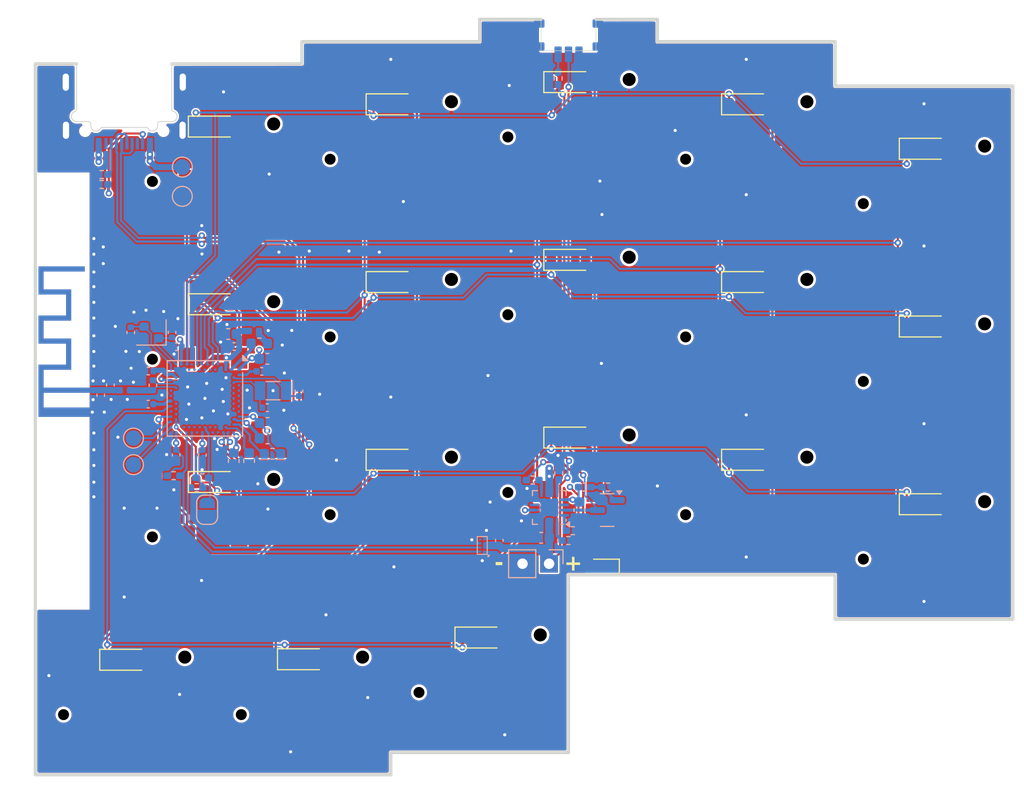
<source format=kicad_pcb>
(kicad_pcb (version 20241229) (generator "pcbnew") (generator_version "9.0")
  (title_block (title "Leptosis") (date "2025-07-05") (rev "v1.1") (company "Chengyin Yao (cheyao)") (comment 1 "A PG1316 Split Keyboard") (comment 2 "Right Half") (comment 3 "Solderpad License"))
  (layers (0 "F.Cu" signal) (4 "In1.Cu" signal) (6 "In2.Cu" signal) (2 "B.Cu" signal) (13 "F.Paste" user) (15 "B.Paste" user) (5 "F.SilkS" user "F.Silkscreen") (7 "B.SilkS" user "B.Silkscreen") (1 "F.Mask" user) (3 "B.Mask" user) (25 "Edge.Cuts" user))
  (net 0 "")
  (net 1 "/COL0")
  (net 2 "Net-(D1-A)")
  (net 3 "Net-(D2-A)")
  (net 4 "/COL1")
  (net 5 "/COL2")
  (net 6 "Net-(D3-A)")
  (net 7 "Net-(D4-A)")
  (net 8 "/COL3")
  (net 9 "Net-(D5-A)")
  (net 10 "/COL4")
  (net 11 "Net-(D7-A)")
  (net 12 "Net-(D8-A)")
  (net 13 "Net-(D9-A)")
  (net 14 "Net-(D10-A)")
  (net 15 "Net-(D11-A)")
  (net 16 "Net-(D13-A)")
  (net 17 "Net-(D14-A)")
  (net 18 "Net-(D15-A)")
  (net 19 "Net-(D16-A)")
  (net 20 "Net-(D17-A)")
  (net 21 "Net-(D21-A)")
  (net 22 "Net-(D22-A)")
  (net 23 "Net-(D23-A)")
  (net 34 "/~{RESET}")
  (net 54 "GND")
  (net 55 "Net-(AE1-A)")
  (net 56 "VDD_nRF")
  (net 57 "Net-(U1-XL1{slash}P0.00)")
  (net 58 "Net-(U1-DCC)")
  (net 59 "/D+")
  (net 60 "Net-(U1-XC2)")
  (net 61 "Net-(U1-ANT)")
  (net 62 "VBUS")
  (net 63 "Net-(U1-XC1)")
  (net 64 "/D-")
  (net 65 "Net-(U1-DCCH)")
  (net 66 "Net-(U1-XL2{slash}P0.01)")
  (net 67 "Net-(L2-Pad2)")
  (net 68 "Net-(J1-CC2)")
  (net 69 "Net-(J1-CC1)")
  (net 70 "+5V")
  (net 71 "Net-(U2-ILIM)")
  (net 72 "+BATT")
  (net 73 "/SYSOFF")
  (net 74 "Net-(Q2-G)")
  (net 75 "Net-(U2-TS)")
  (net 77 "Net-(U2-~{CHG})")
  (net 78 "Net-(U2-ISET)")
  (net 79 "Net-(SW31-A)")
  (net 80 "Net-(D31-K)")
  (net 81 "Net-(U1-SWDCLK)")
  (net 82 "Net-(U1-SWDIO)")
  (net 83 "/DEC1")
  (net 84 "/DEC3")
  (net 85 "/DEC5")
  (net 86 "/DEC4_6")
  (net 87 "/DECUSB")
  (net 88 "/ROW0")
  (net 89 "/ROW1")
  (net 90 "/ROW2")
  (net 91 "/ROW3")
  (net 92 "/SDA")
  (net 93 "/SCL")
  (net 94 "/~{ALERT}")
  (footprint "PCM_marbastlib-xp-choc:SW_PG1316S" (layer "F.Cu") (at 145.55 71.224416)
    (property "Reference" "SW4" (hide yes))
    (property "Value" "SW_Push")
  )
  (footprint "Diode_SMD:D_SOD-123" (layer "F.Cu") (at 145.55 85.724416)
    (property "Reference" "D9" (hide yes))
    (property "Value" "1N4148W")
  )
  (footprint "Diode_SMD:D_SOD-123" (layer "F.Cu") (at 111.55 106.974416)
    (property "Reference" "D17" (hide yes))
    (property "Value" "1N4148W")
  )
  (footprint "Diode_SMD:D_SOD-123" (layer "F.Cu") (at 145.55 102.724416)
    (property "Reference" "D15" (hide yes))
    (property "Value" "1N4148W")
  )
  (footprint "PCM_marbastlib-xp-choc:SW_PG1316S" (layer "F.Cu") (at 145.55 88.224416)
    (property "Reference" "SW10" (hide yes))
    (property "Value" "SW_Push")
  )
  (footprint "Diode_SMD:D_SOD-123" (layer "F.Cu") (at 179.55 75.099416)
    (property "Reference" "D1" (hide yes))
    (property "Value" "1N4148W")
  )
  (footprint "PCM_marbastlib-xp-choc:SW_PG1316S" (layer "F.Cu") (at 145.55 105.224416)
    (property "Reference" "SW16" (hide yes))
    (property "Value" "SW_Push")
  )
  (footprint "PCM_marbastlib-xp-choc:SW_PG1316S" (layer "F.Cu") (at 162.55 107.349416)
    (property "Reference" "SW15" (hide yes))
    (property "Value" "SW_Push")
  )
  (footprint "LED_SMD:LED_0603_1608Metric_Pad1.05x0.95mm_HandSolder" (layer "F.Cu") (at 148.75 115.09 180)
    (property "Reference" "D31" (hide yes))
    (property "Value" "LED")
  )
  (footprint "Diode_SMD:D_SOD-123" (layer "F.Cu") (at 128.55 104.849416)
    (property "Reference" "D16" (hide yes))
    (property "Value" "1N4148W")
  )
  (footprint "PCM_marbastlib-xp-choc:SW_PG1316S" (layer "F.Cu") (at 103.05 126.474416)
    (property "Reference" "SW24" (hide yes))
    (property "Value" "SW_Push")
  )
  (footprint "Diode_SMD:D_SOD-123" (layer "F.Cu") (at 128.55 87.849416)
    (property "Reference" "D10" (hide yes))
    (property "Value" "1N4148W")
  )
  (footprint "Diode_SMD:D_SOD-123" (layer "F.Cu") (at 103.075 123.974416)
    (property "Reference" "D23" (hide yes))
    (property "Value" "1N4148W")
  )
  (footprint "Diode_SMD:D_SOD-123" (layer "F.Cu") (at 162.55 104.849416)
    (property "Reference" "D14" (hide yes))
    (property "Value" "1N4148W")
  )
  (footprint "PCM_marbastlib-xp-choc:SW_PG1316S" (layer "F.Cu") (at 128.55 107.349416)
    (property "Reference" "SW17" (hide yes))
    (property "Value" "SW_Push")
  )
  (footprint "Diode_SMD:D_SOD-123" (layer "F.Cu") (at 162.55 70.849416)
    (property "Reference" "D2" (hide yes))
    (property "Value" "1N4148W")
  )
  (footprint "Diode_SMD:D_SOD-123" (layer "F.Cu") (at 179.55 109.099416)
    (property "Reference" "D13" (hide yes))
    (property "Value" "1N4148W")
  )
  (footprint "PCM_marbastlib-xp-choc:SW_PG1316S" (layer "F.Cu") (at 179.55 77.599416)
    (property "Reference" "SW2" (hide yes))
    (property "Value" "SW_Push")
  )
  (footprint "Diode_SMD:D_SOD-123" (layer "F.Cu") (at 111.55 72.974416)
    (property "Reference" "D5" (hide yes))
    (property "Value" "1N4148W")
  )
  (footprint "PCM_marbastlib-xp-choc:SW_PG1316S" (layer "F.Cu") (at 179.55 111.599416)
    (property "Reference" "SW14" (hide yes))
    (property "Value" "SW_Push")
  )
  (footprint "PCM_marbastlib-xp-choc:SW_PG1316S" (layer "F.Cu") (at 111.55 75.474416)
    (property "Reference" "SW6" (hide yes))
    (property "Value" "SW_Push")
  )
  (footprint "PCM_marbastlib-xp-choc:SW_PG1316S" (layer "F.Cu") (at 162.55 73.349416)
    (property "Reference" "SW3" (hide yes))
    (property "Value" "SW_Push")
  )
  (footprint "Diode_SMD:D_SOD-123" (layer "F.Cu") (at 137.05 121.849416)
    (property "Reference" "D21" (hide yes))
    (property "Value" "1N4148W")
  )
  (footprint "Diode_SMD:D_SOD-123" (layer "F.Cu") (at 162.55 87.849416)
    (property "Reference" "D8" (hide yes))
    (property "Value" "1N4148W")
  )
  (footprint "PCM_marbastlib-xp-choc:SW_PG1316S" (layer "F.Cu") (at 137.05 124.349416)
    (property "Reference" "SW22" (hide yes))
    (property "Value" "SW_Push")
  )
  (footprint "PCM_marbastlib-xp-choc:SW_PG1316S" (layer "F.Cu") (at 111.55 109.474416)
    (property "Reference" "SW18" (hide yes))
    (property "Value" "SW_Push")
  )
  (footprint "Diode_SMD:D_SOD-123" (layer "F.Cu") (at 120.075 123.924416)
    (property "Reference" "D22" (hide yes))
    (property "Value" "1N4148W")
  )
  (footprint "PCM_marbastlib-xp-choc:SW_PG1316S" (layer "F.Cu") (at 179.55 94.599416)
    (property "Reference" "SW8" (hide yes))
    (property "Value" "SW_Push")
  )
  (footprint "PCM_marbastlib-xp-choc:SW_PG1316S" (layer "F.Cu") (at 111.55 92.474416)
    (property "Reference" "SW12" (hide yes))
    (property "Value" "SW_Push")
  )
  (footprint "Diode_SMD:D_SOD-123" (layer "F.Cu") (at 179.55 92.099416)
    (property "Reference" "D7" (hide yes))
    (property "Value" "1N4148W")
  )
  (footprint "Diode_SMD:D_SOD-123" (layer "F.Cu") (at 111.55 89.974416)
    (property "Reference" "D11" (hide yes))
    (property "Value" "1N4148W")
  )
  (footprint "PCM_marbastlib-xp-choc:SW_PG1316S" (layer "F.Cu") (at 128.55 73.349416)
    (property "Reference" "SW5" (hide yes))
    (property "Value" "SW_Push")
  )
  (footprint "PCM_marbastlib-xp-choc:SW_PG1316S" (layer "F.Cu") (at 128.55 90.349416)
    (property "Reference" "SW11" (hide yes))
    (property "Value" "SW_Push")
  )
  (footprint "Diode_SMD:D_SOD-123" (layer "F.Cu") (at 145.55 68.724416)
    (property "Reference" "D3" (hide yes))
    (property "Value" "1N4148W")
  )
  (footprint "PCM_marbastlib-xp-choc:SW_PG1316S" (layer "F.Cu") (at 162.55 90.349416)
    (property "Reference" "SW9" (hide yes))
    (property "Value" "SW_Push")
  )
  (footprint "Diode_SMD:D_SOD-123" (layer "F.Cu") (at 128.55 70.849416)
    (property "Reference" "D4" (hide yes))
    (property "Value" "1N4148W")
  )
  (footprint "PCM_marbastlib-xp-choc:SW_PG1316S" (layer "F.Cu") (at 120.05 126.474416)
    (property "Reference" "SW23" (hide yes))
    (property "Value" "SW_Push")
  )
  (footprint "Capacitor_SMD:C_0603_1608Metric" (layer "B.Cu") (at 116.7625 102.801916)
    (property "Reference" "C15" (hide yes))
    (property "Value" "4.7uF")
  )
  (footprint "leptosis:Switch_Sink_MINI_MSK12CO2" (layer "B.Cu") (at 145.55 64.219416)
    (property "Reference" "SW31" (hide yes))
    (property "Value" "SW_SPDT")
    (fp_line (start -2.625 1.5) (end -2.625 -1.5) (stroke (width 0.05)) (layer "Edge.Cuts"))
    (fp_line (start 2.625 -1.5) (end 2.625 1.5) (stroke (width 0.05)) (layer "Edge.Cuts"))
    (fp_line (start 2.625 1.5) (end -2.625 1.5) (stroke (width 0.05)) (layer "Edge.Cuts"))
  )
  (footprint "Capacitor_SMD:C_0402_1005Metric" (layer "B.Cu") (at 116.7375 99.866916)
    (property "Reference" "C4" (hide yes))
    (property "Value" "15pF")
  )
  (footprint "Crystal:Crystal_SMD_2016-4Pin_2.0x1.6mm" (layer "B.Cu") (at 105.6525 92.666916 180)
    (property "Reference" "Y1" (hide yes))
    (property "Value" "32MHz 12pF")
  )
  (footprint "Capacitor_SMD:C_0603_1608Metric" (layer "B.Cu") (at 116.7625 101.326916)
    (property "Reference" "C16" (hide yes))
    (property "Value" "4.7uF")
  )
  (footprint "Capacitor_SMD:C_0402_1005Metric" (layer "B.Cu") (at 105.36 96.36)
    (property "Reference" "C9" (hide yes))
    (property "Value" "100pF")
  )
  (footprint "Connector_PinSocket_2.54mm:PinSocket_1x02_P2.54mm_Vertical" (layer "B.Cu") (at 143.69 114.79 90)
    (property "Reference" "J2" (hide yes))
    (property "Value" "Conn_01x02")
  )
  (footprint "Package_DFN_QFN:Nordic_AQFN-73-1EP_7x7mm_P0.5mm" (layer "B.Cu") (at 110.7725 98.976916 180)
    (property "Reference" "U1" (hide yes))
    (property "Value" "nRF52840")
  )
  (footprint "Resistor_SMD:R_0402_1005Metric_Pad0.72x0.64mm_HandSolder" (layer "B.Cu") (at 145.525 112.57 180)
    (property "Reference" "R10" (hide yes))
    (property "Value" "10k")
  )
  (footprint "Inductor_SMD:L_0402_1005Metric" (layer "B.Cu") (at 103.115001 98.195)
    (property "Reference" "L1" (hide yes))
    (property "Value" "4.7nH")
  )
  (footprint "Capacitor_SMD:C_0402_1005Metric" (layer "B.Cu") (at 100.810001 98.675 -90)
    (property "Reference" "C6" (hide yes))
    (property "Value" "0.5pF")
  )
  (footprint "Resistor_SMD:R_0402_1005Metric_Pad0.72x0.64mm_HandSolder" (layer "B.Cu") (at 100.9 77.565 180)
    (property "Reference" "R1" (hide yes))
    (property "Value" "5.1k")
  )
  (footprint "Resistor_SMD:R_0402_1005Metric_Pad0.72x0.64mm_HandSolder" (layer "B.Cu") (at 100.9 78.515 180)
    (property "Reference" "R2" (hide yes))
    (property "Value" "5.1k")
  )
  (footprint "Capacitor_SMD:C_0603_1608Metric" (layer "B.Cu") (at 146.585 109.66 -90)
    (property "Reference" "C22" (hide yes))
    (property "Value" "4.7uF")
  )
  (footprint "Crystal:Crystal_SMD_3215-2Pin_3.2x1.5mm" (layer "B.Cu") (at 117.2925 98.236916 180)
    (property "Reference" "Y2" (hide yes))
    (property "Value" "32.768kHz 12.5pF")
  )
  (footprint "Capacitor_SMD:C_0402_1005Metric" (layer "B.Cu") (at 138.93 112.56 90)
    (property "Reference" "C23" (hide yes))
    (property "Value" "100nF")
  )
  (footprint "Capacitor_SMD:C_0402_1005Metric" (layer "B.Cu") (at 113.5725 94.016916)
    (property "Reference" "C12" (hide yes))
    (property "Value" "47nF")
  )
  (footprint "Resistor_SMD:R_0402_1005Metric_Pad0.72x0.64mm_HandSolder" (layer "B.Cu") (at 109.99 107.51)
    (property "Reference" "R15" (hide yes))
    (property "Value" "5.1k")
  )
  (footprint "Capacitor_SMD:C_0603_1608Metric" (layer "B.Cu") (at 113.5275 104.966916 -90)
    (property "Reference" "C14" (hide yes))
    (property "Value" "4.7uF")
  )
  (footprint "Resistor_SMD:R_0402_1005Metric_Pad0.72x0.64mm_HandSolder" (layer "B.Cu") (at 144.61 106.16 -90)
    (property "Reference" "R5" (hide yes))
    (property "Value" "1.5k")
  )
  (footprint "TestPoint:TestPoint_Pad_D1.5mm" (layer "B.Cu") (at 108.61 79.65)
    (property "Reference" "TP4" (hide yes))
    (property "Value" "TestPoint")
  )
  (footprint "RF_Antenna:Texas_SWRA117D_2.4GHz_Left" (layer "B.Cu") (at 100.000001 98.195 -90)
    (property "Reference" "AE1" (hide yes))
    (property "Value" "Antenna_Shield")
  )
  (footprint "Inductor_SMD:L_0603_1608Metric" (layer "B.Cu") (at 115.9725 93.726916)
    (property "Reference" "L2" (hide yes))
    (property "Value" "10uH")
  )
  (footprint "Inductor_SMD:L_0603_1608Metric" (layer "B.Cu") (at 117.2375 104.276916)
    (property "Reference" "L4" (hide yes))
    (property "Value" "10uH")
  )
  (footprint "Resistor_SMD:R_0402_1005Metric_Pad0.72x0.64mm_HandSolder" (layer "B.Cu") (at 142.1225 106.79 180)
    (property "Reference" "R9" (hide yes))
    (property "Value" "1.5k")
  )
  (footprint "Capacitor_SMD:C_0402_1005Metric" (layer "B.Cu") (at 103.6775 92.666916 90)
    (property "Reference" "C1" (hide yes))
    (property "Value" "15pF")
  )
  (footprint "Capacitor_SMD:C_0402_1005Metric" (layer "B.Cu") (at 116.2025 96.391916 180)
    (property "Reference" "C8" (hide yes))
    (property "Value" "100nF")
  )
  (footprint "Capacitor_SMD:C_0402_1005Metric" (layer "B.Cu") (at 108.02 104.386916 -90)
    (property "Reference" "C20" (hide yes))
    (property "Value" "100nF")
  )
  (footprint "Inductor_SMD:L_0402_1005Metric" (layer "B.Cu") (at 115.465 92.526916 180)
    (property "Reference" "L3" (hide yes))
    (property "Value" "15nH")
  )
  (footprint "Capacitor_SMD:C_0402_1005Metric" (layer "B.Cu") (at 101.730001 97.695 90)
    (property "Reference" "C7" (hide yes))
    (property "Value" "NC")
  )
  (footprint "Resistor_SMD:R_0402_1005Metric_Pad0.72x0.64mm_HandSolder" (layer "B.Cu") (at 147.11 107.46 180)
    (property "Reference" "R7" (hide yes))
    (property "Value" "100")
  )
  (footprint "TestPoint:TestPoint_Pad_D1.5mm" (layer "B.Cu") (at 108.61 76.85)
    (property "Reference" "TP3" (hide yes))
    (property "Value" "TestPoint")
  )
  (footprint "Capacitor_SMD:C_0402_1005Metric" (layer "B.Cu") (at 110.5275 104.396916 -90)
    (property "Reference" "C19" (hide yes))
    (property "Value" "100nF")
  )
  (footprint "PCM_marbastlib-various:USB_C_Receptacle_HRO_TYPE-C-31-M-14" (layer "B.Cu") (at 103.059999 73.409416)
    (property "Reference" "J1" (hide yes))
    (property "Value" "USB_C_Receptacle_USB2.0_14P")
    (fp_line (start -4.554999 -2.0758) (end -4.554999 -6.435) (stroke (width 0.08)) (layer "Edge.Cuts"))
    (fp_line (start -3.405 -0.905) (end -4.555 -0.905) (stroke (width 0.08)) (layer "Edge.Cuts"))
    (fp_line (start -3.204999 -0.505) (end -3.204999 -0.705) (stroke (width 0.08)) (layer "Edge.Cuts"))
    (fp_line (start -0.004999 -0.355) (end -2.098781 -0.355) (stroke (width 0.08)) (layer "Edge.Cuts"))
    (fp_line (start -0.004999 -0.355) (end 2.0888 -0.355) (stroke (width 0.08)) (layer "Edge.Cuts"))
    (fp_line (start 3.195001 -0.505) (end 3.195001 -0.705) (stroke (width 0.08)) (layer "Edge.Cuts"))
    (fp_line (start 3.395 -0.905) (end 4.545 -0.905) (stroke (width 0.08)) (layer "Edge.Cuts"))
    (fp_line (start 4.545001 -2.075821) (end 4.545001 -6.43) (stroke (width 0.08)) (layer "Edge.Cuts"))
    (fp_arc (start -4.555 -0.905) (mid -5.04976 -1.332815) (end -4.697856 -1.884157) (stroke (width 0.08)) (layer "Edge.Cuts"))
    (fp_arc (start -4.554999 -2.0758) (mid -4.594642 -1.956298) (end -4.697856 -1.884158) (stroke (width 0.08)) (layer "Edge.Cuts"))
    (fp_arc (start -3.405 -0.905) (mid -3.263577 -0.846421) (end -3.204999 -0.705) (stroke (width 0.08)) (layer "Edge.Cuts"))
    (fp_arc (start -2.271986 -0.255) (mid -2.834409 -0.022037) (end -3.205001 -0.505) (stroke (width 0.08)) (layer "Edge.Cuts"))
    (fp_arc (start -2.271986 -0.255) (mid -2.198781 -0.328205) (end -2.098781 -0.355) (stroke (width 0.08)) (layer "Edge.Cuts"))
    (fp_arc (start 2.0888 -0.355) (mid 2.188789 -0.328211) (end 2.261988 -0.255) (stroke (width 0.08)) (layer "Edge.Cuts"))
    (fp_arc (start 3.195001 -0.705) (mid 3.253579 -0.846421) (end 3.395 -0.905) (stroke (width 0.08)) (layer "Edge.Cuts"))
    (fp_arc (start 3.195001 -0.505) (mid 2.82441 -0.022036) (end 2.261988 -0.255) (stroke (width 0.08)) (layer "Edge.Cuts"))
    (fp_arc (start 4.687858 -1.884158) (mid 5.039763 -1.332815) (end 4.545 -0.905) (stroke (width 0.08)) (layer "Edge.Cuts"))
    (fp_arc (start 4.687858 -1.884158) (mid 4.584652 -1.9563) (end 4.545001 -2.075821) (stroke (width 0.08)) (layer "Edge.Cuts"))
  )
  (footprint "Resistor_SMD:R_0402_1005Metric_Pad0.72x0.64mm_HandSolder" (layer "B.Cu") (at 107.78 106.37 180)
    (property "Reference" "R16" (hide yes))
    (property "Value" "5.1k")
  )
  (footprint "Resistor_SMD:R_0402_1005Metric_Pad0.72x0.64mm_HandSolder" (layer "B.Cu") (at 110.5275 106.566916)
    (property "Reference" "R3" (hide yes))
    (property "Value" "10k")
  )
  (footprint "Resistor_SMD:R_0402_1005Metric_Pad0.72x0.64mm_HandSolder" (layer "B.Cu") (at 144.55 68.374416 -90)
    (property "Reference" "R8" (hide yes))
    (property "Value" "10k")
  )
  (footprint "Capacitor_SMD:C_0402_1005Metric" (layer "B.Cu") (at 107.6275 92.666916 -90)
    (property "Reference" "C2" (hide yes))
    (property "Value" "15pF")
  )
  (footprint "Capacitor_SMD:C_0603_1608Metric" (layer "B.Cu") (at 115.0025 104.966916 90)
    (property "Reference" "C13" (hide yes))
    (property "Value" "4.7uF")
  )
  (footprint "Capacitor_SMD:C_0402_1005Metric" (layer "B.Cu") (at 105.8 97.725 90)
    (property "Reference" "C5" (hide yes))
    (property "Value" "0.8pF")
  )
  (footprint "Resistor_SMD:R_0402_1005Metric_Pad0.72x0.64mm_HandSolder" (layer "B.Cu") (at 145.95 111.63 180)
    (property "Reference" "R4" (hide yes))
    (property "Value" "3.9k")
  )
  (footprint "Jumper:SolderJumper-2_P1.3mm_Open_RoundedPad1.0x1.5mm" (layer "B.Cu") (at 110.9875 109.626916 90)
    (property "Reference" "JP1" (hide yes))
    (property "Value" "SolderJumper_2_Open")
  )
  (footprint "leptosis:WLP-8_1.67x0.93_P0.4" (layer "B.Cu") (at 137.3 113.04 90)
    (property "Reference" "U3" (hide yes))
    (property "Value" "MAX17048X")
  )
  (footprint "Package_TO_SOT_SMD:SOT-23" (layer "B.Cu") (at 149.25 109.66 180)
    (property "Reference" "Q2" (hide yes))
    (property "Value" "2N7002")
  )
  (footprint "Package_DFN_QFN:VQFN-16-1EP_3x3mm_P0.5mm_EP1.6x1.6mm" (layer "B.Cu") (at 143.71 109.41 90)
    (property "Reference" "U2" (hide yes))
    (property "Value" "BQ24075RGT")
  )
  (footprint "Capacitor_SMD:C_0402_1005Metric" (layer "B.Cu") (at 119.7725 98.276916 90)
    (property "Reference" "C3" (hide yes))
    (property "Value" "15pF")
  )
  (footprint "Capacitor_SMD:C_0603_1608Metric" (layer "B.Cu") (at 116.7525 95.191916)
    (property "Reference" "C17" (hide yes))
    (property "Value" "1uF")
  )
  (footprint "Capacitor_SMD:C_0402_1005Metric" (layer "B.Cu") (at 105.3525 99.526916)
    (property "Reference" "C10" (hide yes))
    (property "Value" "820pF")
  )
  (footprint "TestPoint:TestPoint_Pad_D1.5mm" (layer "B.Cu") (at 103.9375 102.776916)
    (property "Reference" "TP1" (hide yes))
    (property "Value" "TestPoint")
  )
  (footprint "Capacitor_SMD:C_0402_1005Metric" (layer "B.Cu") (at 108.0775 94.036916 180)
    (property "Reference" "C18" (hide yes))
    (property "Value" "100nF")
  )
  (footprint "Capacitor_SMD:C_0603_1608Metric" (layer "B.Cu") (at 142.935 112.31 180)
    (property "Reference" "C21" (hide yes))
    (property "Value" "4.7uF")
  )
  (footprint "Resistor_SMD:R_0402_1005Metric_Pad0.72x0.64mm_HandSolder" (layer "B.Cu") (at 149.335 107.46 180)
    (property "Reference" "R6" (hide yes))
    (property "Value" "10k")
  )
  (footprint "Capacitor_SMD:C_0603_1608Metric" (layer "B.Cu") (at 113.0025 92.816916)
    (property "Reference" "C11" (hide yes))
    (property "Value" "1uF")
  )
  (footprint "TestPoint:TestPoint_Pad_D1.5mm" (layer "B.Cu") (at 103.9375 105.316916)
    (property "Reference" "TP2" (hide yes))
    (property "Value" "TestPoint")
  )
  (gr_line (start 137.050001 62.724416) (end 137.050001 64.849416) (stroke (width 0.3)) (layer "Edge.Cuts"))
  (gr_line (start 145.550001 115.849416) (end 145.550001 132.849416) (stroke (width 0.3)) (layer "Edge.Cuts"))
  (gr_line (start 145.550001 132.849416) (end 128.550001 132.849416) (stroke (width 0.3)) (layer "Edge.Cuts"))
  (gr_line (start 120.050001 64.849416) (end 120.050001 66.974416) (stroke (width 0.3)) (layer "Edge.Cuts"))
  (gr_line (start 154.050001 64.849416) (end 154.050001 62.719416) (stroke (width 0.3)) (layer "Edge.Cuts"))
  (gr_line (start 142.925001 62.724416) (end 137.050001 62.724416) (stroke (width 0.3)) (layer "Edge.Cuts"))
  (gr_line (start 120.050001 66.974416) (end 107.605 66.979416) (stroke (width 0.3)) (layer "Edge.Cuts"))
  (gr_line (start 188.050001 120.099416) (end 171.050001 120.099416) (stroke (width 0.3)) (layer "Edge.Cuts"))
  (gr_line (start 171.050001 69.099416) (end 171.050001 64.849416) (stroke (width 0.3)) (layer "Edge.Cuts"))
  (gr_line (start 154.050001 62.719416) (end 148.175001 62.724416) (stroke (width 0.3)) (layer "Edge.Cuts"))
  (gr_line (start 98.505 66.974416) (end 94.550001 66.974416) (stroke (width 0.3)) (layer "Edge.Cuts"))
  (gr_line (start 94.550001 134.974416) (end 94.550001 66.974416) (stroke (width 0.3)) (layer "Edge.Cuts"))
  (gr_line (start 171.050001 64.849416) (end 154.050001 64.849416) (stroke (width 0.3)) (layer "Edge.Cuts"))
  (gr_line (start 171.050001 120.099416) (end 171.050001 115.849416) (stroke (width 0.3)) (layer "Edge.Cuts"))
  (gr_line (start 128.550001 134.974416) (end 94.550001 134.974416) (stroke (width 0.3)) (layer "Edge.Cuts"))
  (gr_line (start 188.050001 69.099416) (end 171.050001 69.099416) (stroke (width 0.3)) (layer "Edge.Cuts"))
  (gr_line (start 171.050001 115.849416) (end 145.550001 115.849416) (stroke (width 0.3)) (layer "Edge.Cuts"))
  (gr_line (start 137.050001 64.849416) (end 120.050001 64.849416) (stroke (width 0.3)) (layer "Edge.Cuts"))
  (gr_line (start 188.050001 69.099416) (end 188.050001 120.099416) (stroke (width 0.3)) (layer "Edge.Cuts"))
  (gr_line (start 128.550001 132.849416) (end 128.550001 134.974416) (stroke (width 0.3)) (layer "Edge.Cuts"))
  (gr_text "+" (at 146 114.75 180) (layer "F.SilkS") (effects (font (size 1.5 1.5) (thickness 0.3) (bold yes))))
  (gr_text "-" (at 138.9 114.8 180) (layer "F.SilkS") (effects (font (size 1.5 1.5) (thickness 0.3) (bold yes))))
  (segment (start 177.05 114.249416) (end 177.05 84.09) (width 0.2) (layer "F.Cu") (net 1))
  (segment (start 177.05 84.09) (end 177.05 80.249416) (width 0.2) (layer "F.Cu") (net 1))
  (via (at 177.05 84.09) (size 0.6) (drill 0.3) (layers "F.Cu" "B.Cu") (net 1))
  (segment (start 110.022501 90.717499) (end 116.65 84.09) (width 0.2) (layer "B.Cu") (net 1))
  (segment (start 116.65 84.09) (end 177.05 84.09) (width 0.2) (layer "B.Cu") (net 1))
  (segment (start 110.022501 95.726916) (end 110.022501 90.717499) (width 0.2) (layer "B.Cu") (net 1))
  (segment (start 182.05 75.949416) (end 181.2 75.099416) (width 0.2) (layer "F.Cu") (net 2))
  (segment (start 182.05 80.249416) (end 182.05 75.949416) (width 0.2) (layer "F.Cu") (net 2))
  (segment (start 165.05 71.699416) (end 164.2 70.849416) (width 0.2) (layer "F.Cu") (net 3))
  (segment (start 165.05 75.999416) (end 165.05 71.699416) (width 0.2) (layer "F.Cu") (net 3))
  (segment (start 160.05 86.59) (end 160.05 109.999416) (width 0.2) (layer "F.Cu") (net 4))
  (segment (start 160.05 75.999416) (end 160.05 86.59) (width 0.2) (layer "F.Cu") (net 4))
  (via (at 160.05 86.59) (size 0.6) (drill 0.3) (layers "F.Cu" "B.Cu") (net 4))
  (segment (start 110.397499 95.601916) (end 110.397499 93.947999) (width 0.2) (layer "B.Cu") (net 4))
  (segment (start 110.399 93.946498) (end 110.399 90.941) (width 0.2) (layer "B.Cu") (net 4))
  (segment (start 115.701 85.639) (end 149.499 85.639) (width 0.2) (layer "B.Cu") (net 4))
  (segment (start 110.522499 95.726916) (end 110.397499 95.601916) (width 0.2) (layer "B.Cu") (net 4))
  (segment (start 150.45 86.59) (end 160.05 86.59) (width 0.2) (layer "B.Cu") (net 4))
  (segment (start 110.399 90.941) (end 115.701 85.639) (width 0.2) (layer "B.Cu") (net 4))
  (segment (start 110.397499 93.947999) (end 110.399 93.946498) (width 0.2) (layer "B.Cu") (net 4))
  (segment (start 149.499 85.639) (end 150.45 86.59) (width 0.2) (layer "B.Cu") (net 4))
  (segment (start 142.55 107.374416) (end 143.05 107.874416) (width 0.2) (layer "F.Cu") (net 5))
  (segment (start 142.55 86.19) (end 142.55 74.374416) (width 0.2) (layer "F.Cu") (net 5))
  (segment (start 134.55 118.69) (end 143.05 110.19) (width 0.2) (layer "F.Cu") (net 5))
  (segment (start 142.55 74.374416) (end 143.05 73.874416) (width 0.2) (layer "F.Cu") (net 5))
  (segment (start 142.55 86.19) (end 142.55 107.374416) (width 0.2) (layer "F.Cu") (net 5))
  (segment (start 134.55 126.999416) (end 134.55 118.69) (width 0.2) (layer "F.Cu") (net 5))
  (segment (start 143.05 110.19) (end 143.05 107.874416) (width 0.2) (layer "F.Cu") (net 5))
  (via (at 142.55 86.19) (size 0.6) (drill 0.3) (layers "F.Cu" "B.Cu") (net 5))
  (segment (start 111.0225 94.3625) (end 111.0225 95.726916) (width 0.2) (layer "B.Cu") (net 5))
  (segment (start 115.75 86.19) (end 110.75 91.19) (width 0.2) (layer "B.Cu") (net 5))
  (segment (start 110.75 91.19) (end 110.75 94.09) (width 0.2) (layer "B.Cu") (net 5))
  (segment (start 142.55 86.19) (end 115.75 86.19) (width 0.2) (layer "B.Cu") (net 5))
  (segment (start 110.75 94.09) (end 111.0225 94.3625) (width 0.2) (layer "B.Cu") (net 5))
  (segment (start 148.05 69.574416) (end 147.2 68.724416) (width 0.2) (layer "F.Cu") (net 6))
  (segment (start 148.05 73.874416) (end 148.05 69.574416) (width 0.2) (layer "F.Cu") (net 6))
  (segment (start 131.05 71.699416) (end 130.2 70.849416) (width 0.2) (layer "F.Cu") (net 7))
  (segment (start 131.05 75.999416) (end 131.05 71.699416) (width 0.2) (layer "F.Cu") (net 7))
  (segment (start 126.05 112.89) (end 126.05 109.999416) (width 0.2) (layer "F.Cu") (net 8))
  (segment (start 126.05 89.09) (end 126.05 109.999416) (width 0.2) (layer "F.Cu") (net 8))
  (segment (start 126.05 75.999416) (end 126.05 89.09) (width 0.2) (layer "F.Cu") (net 8))
  (segment (start 117.55 129.124416) (end 117.55 121.39) (width 0.2) (layer "F.Cu") (net 8))
  (segment (start 117.55 121.39) (end 126.05 112.89) (width 0.2) (layer "F.Cu") (net 8))
  (via (at 126.05 89.09) (size 0.6) (drill 0.3) (layers "F.Cu" "B.Cu") (net 8))
  (segment (start 126.05 89.09) (end 124.375 90.765) (width 0.2) (layer "B.Cu") (net 8))
  (segment (start 111.15 93.84) (end 111.5225 94.2125) (width 0.2) (layer "B.Cu") (net 8))
  (segment (start 111.5225 94.2125) (end 111.5225 95.726916) (width 0.2) (layer "B.Cu") (net 8))
  (segment (start 111.15 91.315) (end 111.15 93.84) (width 0.2) (layer "B.Cu") (net 8))
  (segment (start 112.225 90.64) (end 111.825 90.64) (width 0.2) (layer "B.Cu") (net 8))
  (segment (start 112.35 90.765) (end 112.225 90.64) (width 0.2) (layer "B.Cu") (net 8))
  (segment (start 124.375 90.765) (end 112.35 90.765) (width 0.2) (layer "B.Cu") (net 8))
  (segment (start 111.825 90.64) (end 111.15 91.315) (width 0.2) (layer "B.Cu") (net 8))
  (segment (start 114.05 73.824416) (end 113.2 72.974416) (width 0.2) (layer "F.Cu") (net 9))
  (segment (start 114.05 78.124416) (end 114.05 73.824416) (width 0.2) (layer "F.Cu") (net 9))
  (segment (start 106.451 101.091) (end 106.451 107.589) (width 0.2) (layer "F.Cu") (net 10))
  (segment (start 119.2454 93.8354) (end 119.2454 101.84) (width 0.2) (layer "F.Cu") (net 10))
  (segment (start 115.863584 114.126416) (end 109.25 114.126416) (width 0.2) (layer "F.Cu") (net 10))
  (segment (start 106.451 107.589) (end 106.45 107.59) (width 0.2) (layer "F.Cu") (net 10))
  (segment (start 109.25 114.09) (end 109.05 113.89) (width 0.2) (layer "F.Cu") (net 10))
  (segment (start 109.25 114.126416) (end 109.25 114.09) (width 0.2) (layer "F.Cu") (net 10))
  (segment (start 106.35 100.99) (end 106.451 101.091) (width 0.2) (layer "F.Cu") (net 10))
  (segment (start 116.1 90.69) (end 119.2454 93.8354) (width 0.2) (layer "F.Cu") (net 10))
  (segment (start 120.75 109.24) (end 115.863584 114.126416) (width 0.2) (layer "F.Cu") (net 10))
  (segment (start 109.05 114.126416) (end 109.05 113.89) (width 0.2) (layer "F.Cu") (net 10))
  (segment (start 106.45 107.59) (end 109.05 110.19) (width 0.2) (layer "F.Cu") (net 10))
  (segment (start 100.55 129.124416) (end 100.55 122.626416) (width 0.2) (layer "F.Cu") (net 10))
  (segment (start 109.05 110.19) (end 109.05 112.124416) (width 0.2) (layer "F.Cu") (net 10))
  (segment (start 109.05 95.124416) (end 109.05 87.39) (width 0.2) (layer "F.Cu") (net 10))
  (segment (start 112.8 87.39) (end 116.1 90.69) (width 0.2) (layer "F.Cu") (net 10))
  (segment (start 109.05 87.39) (end 109.05 78.124416) (width 0.2) (layer "F.Cu") (net 10))
  (segment (start 109.05 113.89) (end 109.05 112.124416) (width 0.2) (layer "F.Cu") (net 10))
  (segment (start 100.55 122.626416) (end 109.05 114.126416) (width 0.2) (layer "F.Cu") (net 10))
  (segment (start 109.05 87.39) (end 112.8 87.39) (width 0.2) (layer "F.Cu") (net 10))
  (segment (start 109.25 114.126416) (end 109.05 114.126416) (width 0.2) (layer "F.Cu") (net 10))
  (segment (start 120.75 103.39) (end 120.75 109.24) (width 0.2) (layer "F.Cu") (net 10))
  (via (at 119.2454 101.84) (size 0.6) (drill 0.3) (layers "F.Cu" "B.Cu") (net 10))
  (via (at 106.35 100.99) (size 0.6) (drill 0.3) (layers "F.Cu" "B.Cu") (net 10))
  (via (at 120.75 103.39) (size 0.6) (drill 0.3) (layers "F.Cu" "B.Cu") (net 10))
  (segment (start 119.2454 101.8854) (end 120.75 103.39) (width 0.2) (layer "B.Cu") (net 10))
  (segment (start 119.2454 101.84) (end 119.2454 101.8854) (width 0.2) (layer "B.Cu") (net 10))
  (segment (start 106.613084 100.726916) (end 106.35 100.99) (width 0.2) (layer "B.Cu") (net 10))
  (segment (start 107.5225 100.726916) (end 106.613084 100.726916) (width 0.2) (layer "B.Cu") (net 10))
  (segment (start 182.05 92.949416) (end 181.2 92.099416) (width 0.2) (layer "F.Cu") (net 11))
  (segment (start 182.05 97.249416) (end 182.05 92.949416) (width 0.2) (layer "F.Cu") (net 11))
  (segment (start 165.05 92.999416) (end 165.05 88.699416) (width 0.2) (layer "F.Cu") (net 12))
  (segment (start 165.05 88.699416) (end 164.2 87.849416) (width 0.2) (layer "F.Cu") (net 12))
  (segment (start 148.05 90.874416) (end 148.05 86.574416) (width 0.2) (layer "F.Cu") (net 13))
  (segment (start 148.05 86.574416) (end 147.2 85.724416) (width 0.2) (layer "F.Cu") (net 13))
  (segment (start 131.05 88.699416) (end 130.2 87.849416) (width 0.2) (layer "F.Cu") (net 14))
  (segment (start 131.05 92.999416) (end 131.05 88.699416) (width 0.2) (layer "F.Cu") (net 14))
  (segment (start 114.05 90.824416) (end 113.2 89.974416) (width 0.2) (layer "F.Cu") (net 15))
  (segment (start 114.05 95.124416) (end 114.05 90.824416) (width 0.2) (layer "F.Cu") (net 15))
  (segment (start 182.05 109.949416) (end 181.2 109.099416) (width 0.2) (layer "F.Cu") (net 16))
  (segment (start 182.05 114.249416) (end 182.05 109.949416) (width 0.2) (layer "F.Cu") (net 16))
  (segment (start 165.05 105.699416) (end 164.2 104.849416) (width 0.2) (layer "F.Cu") (net 17))
  (segment (start 165.05 109.999416) (end 165.05 105.699416) (width 0.2) (layer "F.Cu") (net 17))
  (segment (start 148.05 107.874416) (end 148.05 103.574416) (width 0.2) (layer "F.Cu") (net 18))
  (segment (start 148.05 103.574416) (end 147.2 102.724416) (width 0.2) (layer "F.Cu") (net 18))
  (segment (start 131.05 109.999416) (end 131.05 105.699416) (width 0.2) (layer "F.Cu") (net 19))
  (segment (start 131.05 105.699416) (end 130.2 104.849416) (width 0.2) (layer "F.Cu") (net 19))
  (segment (start 114.05 112.124416) (end 114.05 107.824416) (width 0.2) (layer "F.Cu") (net 20))
  (segment (start 114.05 107.824416) (end 113.2 106.974416) (width 0.2) (layer "F.Cu") (net 20))
  (segment (start 139.55 122.699416) (end 138.7 121.849416) (width 0.2) (layer "F.Cu") (net 21))
  (segment (start 139.55 126.999416) (end 139.55 122.699416) (width 0.2) (layer "F.Cu") (net 21))
  (segment (start 122.55 129.124416) (end 122.55 124.749415) (width 0.2) (layer "F.Cu") (net 22))
  (segment (start 122.55 124.749415) (end 121.725 123.924415) (width 0.2) (layer "F.Cu") (net 22))
  (segment (start 105.55 129.124416) (end 105.55 124.799416) (width 0.2) (layer "F.Cu") (net 23))
  (segment (start 105.55 124.799416) (end 104.725 123.974416) (width 0.2) (layer "F.Cu") (net 23))
  (segment (start 111.26 106.701916) (end 111.125 106.566916) (width 0.2) (layer "B.Cu") (net 34))
  (segment (start 111.125 106.566916) (end 111.125 102.329415) (width 0.2) (layer "B.Cu") (net 34))
  (segment (start 111.022501 102.226916) (end 110.896501 102.100916) (width 0.2) (layer "B.Cu") (net 34))
  (segment (start 110.896501 101.850917) (end 110.7725 101.726916) (width 0.2) (layer "B.Cu") (net 34))
  (segment (start 111.26 108.704416) (end 111.26 106.701916) (width 0.2) (layer "B.Cu") (net 34))
  (segment (start 111.125 102.329415) (end 111.022501 102.226916) (width 0.2) (layer "B.Cu") (net 34))
  (segment (start 110.896501 102.100916) (end 110.896501 101.850917) (width 0.2) (layer "B.Cu") (net 34))
  (segment (start 110.9875 108.976916) (end 111.26 108.704416) (width 0.2) (layer "B.Cu") (net 34))
  (via (at 100.15 85.19) (size 0.6) (drill 0.3) (layers "F.Cu" "B.Cu") (net 54))
  (via (at 126.35 127.59) (size 0.6) (drill 0.3) (layers "F.Cu" "B.Cu") (net 54))
  (via (at 101.05 84.49) (size 0.6) (drill 0.3) (layers "F.Cu" "B.Cu") (net 54))
  (via (at 162.55 66.549416) (size 0.6) (drill 0.3) (layers "F.Cu" "B.Cu") (net 54))
  (via (at 162.55 114.149416) (size 0.6) (drill 0.3) (layers "F.Cu" "B.Cu") (net 54))
  (via (at 101.075001 97.3) (size 0.6) (drill 0.3) (layers "F.Cu" "B.Cu") (net 54))
  (via (at 111.59 100.17) (size 0.6) (drill 0.3) (layers "F.Cu" "B.Cu") (net 54))
  (via (at 148.693613 95.631409) (size 0.6) (drill 0.3) (layers "F.Cu" "B.Cu") (net 54))
  (via (at 103.2175 94.48) (size 0.6) (drill 0.3) (layers "F.Cu" "B.Cu") (net 54))
  (via (at 139.88 69.05) (size 0.6) (drill 0.3) (layers "F.Cu" "B.Cu") (net 54))
  (via (at 112.273482 93.585663) (size 0.6) (drill 0.3) (layers "F.Cu" "B.Cu") (net 54))
  (via (at 112.53 99.274416) (size 0.6) (drill 0.3) (layers "F.Cu" "B.Cu") (net 54))
  (via (at 100.15 103.89) (size 0.6) (drill 0.3) (layers "F.Cu" "B.Cu") (net 54))
  (via (at 102.45 102.69) (size 0.6) (drill 0.3) (layers "F.Cu" "B.Cu") (net 54))
  (via (at 100.15 83.69) (size 0.6) (drill 0.3) (layers "F.Cu" "B.Cu") (net 54))
  (via (at 100.15 91.29) (size 0.6) (drill 0.3) (layers "F.Cu" "B.Cu") (net 54))
  (via (at 155.75 73.349416) (size 0.6) (drill 0.3) (layers "F.Cu" "B.Cu") (net 54))
  (via (at 179.55 101.399416) (size 0.6) (drill 0.3) (layers "F.Cu" "B.Cu") (net 54))
  (via (at 109.01 100.99) (size 0.6) (drill 0.3) (layers "F.Cu" "B.Cu") (net 54))
  (via (at 122.35 119.674416) (size 0.6) (drill 0.3) (layers "F.Cu" "B.Cu") (net 54))
  (via (at 108.35 127.29) (size 0.6) (drill 0.3) (layers "F.Cu" "B.Cu") (net 54))
  (via (at 137.3 114.5) (size 0.6) (drill 0.3) (layers "F.Cu" "B.Cu") (net 54))
  (via (at 100.15 106.99) (size 0.6) (drill 0.3) (layers "F.Cu" "B.Cu") (net 54))
  (via (at 104.5 94.5) (size 0.6) (drill 0.3) (layers "F.Cu" "B.Cu") (net 54))
  (via (at 136.3 112.5) (size 0.6) (drill 0.3) (layers "F.Cu" "B.Cu") (net 54))
  (via (at 112.55 69.66) (size 0.6) (drill 0.3) (layers "F.Cu" "B.Cu") (net 54))
  (via (at 127.45 84.99) (size 0.6) (drill 0.3) (layers "F.Cu" "B.Cu") (net 54))
  (via (at 111.94 103.86) (size 0.6) (drill 0.3) (layers "F.Cu" "B.Cu") (net 54))
  (via (at 129.75 80.149416) (size 0.6) (drill 0.3) (layers "F.Cu" "B.Cu") (net 54))
  (via (at 102.700001 97.3) (size 0.6) (drill 0.3) (layers "F.Cu" "B.Cu") (net 54))
  (via (at 128.55 66.549416) (size 0.6) (drill 0.3) (layers "F.Cu" "B.Cu") (net 54))
  (via (at 101.15 100.29) (size 0.6) (drill 0.3) (layers "F.Cu" "B.Cu") (net 54))
  (via (at 110.48 100.84) (size 0.6) (drill 0.3) (layers "F.Cu" "B.Cu") (net 54))
  (via (at 106.83 90.67) (size 0.6) (drill 0.3) (layers "F.Cu" "B.Cu") (net 54))
  (via (at 110.7725 98.976916) (size 0.6) (drill 0.3) (layers "F.Cu" "B.Cu") (net 54))
  (via (at 141.58 107.59) (size 0.6) (drill 0.3) (layers "F.Cu" "B.Cu") (net 54))
  (via (at 117.85 84.99) (size 0.6) (drill 0.3) (layers "F.Cu" "B.Cu") (net 54))
  (via (at 109.24 99.52) (size 0.6) (drill 0.3) (layers "F.Cu" "B.Cu") (net 54))
  (via (at 115.837477 107.142835) (size 0.6) (drill 0.3) (layers "F.Cu" "B.Cu") (net 54))
  (via (at 139.45 131.149416) (size 0.6) (drill 0.3) (layers "F.Cu" "B.Cu") (net 54))
  (via (at 100.15 105.39) (size 0.6) (drill 0.3) (layers "F.Cu" "B.Cu") (net 54))
  (via (at 112.97 100.46) (size 0.6) (drill 0.3) (layers "F.Cu" "B.Cu") (net 54))
  (via (at 115.04 99.88) (size 0.6) (drill 0.3) (layers "F.Cu" "B.Cu") (net 54))
  (via (at 108.19 91.35) (size 0.6) (drill 0.3) (layers "F.Cu" "B.Cu") (net 54))
  (via (at 118.97 132.78) (size 0.6) (drill 0.3) (layers "F.Cu" "B.Cu") (net 54))
  (via (at 103.05 117.974416) (size 0.6) (drill 0.3) (layers "F.Cu" "B.Cu") (net 54))
  (via (at 144.55 104.43) (size 0.6) (drill 0.3) (layers "F.Cu" "B.Cu") (net 54))
  (via (at 101.800001 99.075) (size 0.6) (drill 0.3) (layers "F.Cu" "B.Cu") (net 54))
  (via (at 123.35 104.89) (size 0.6) (drill 0.3) (layers "F.Cu" "B.Cu") (net 54))
  (via (at 110.5 105.8) (size 0.6) (drill 0.3) (layers "F.Cu" "B.Cu") (net 54))
  (via (at 111.69 102.82) (size 0.6) (drill 0.3) (layers "F.Cu" "B.Cu") (net 54))
  (via (at 128.85 115.09) (size 0.6) (drill 0.3) (layers "F.Cu" "B.Cu") (net 54))
  (via (at 138.05 108.89) (size 0.6) (drill 0.3) (layers "F.Cu" "B.Cu") (net 54))
  (via (at 110.49 85.16) (size 0.6) (drill 0.3) (layers "F.Cu" "B.Cu") (net 54))
  (via (at 116.92 77.52) (size 0.6) (drill 0.3) (layers "F.Cu" "B.Cu") (net 54))
  (via (at 103.98 90.73) (size 0.6) (drill 0.3) (layers "F.Cu" "B.Cu") (net 54))
  (via (at 100.15 95.89) (size 0.6) (drill 0.3) (layers "F.Cu" "B.Cu") (net 54))
  (via (at 120.75 84.89) (size 0.6) (drill 0.3) (layers "F.Cu" "B.Cu") (net 54))
  (via (at 103.05 109.474416) (size 0.6) (drill 0.3) (layers "F.Cu" "B.Cu") (net 54))
  (via (at 179.55 84.399416) (size 0.6) (drill 0.3) (layers "F.Cu" "B.Cu") (net 54))
  (via (at 105.14 90.54) (size 0.6) (drill 0.3) (layers "F.Cu" "B.Cu") (net 54))
  (via (at 100.15 88.29) (size 0.6) (drill 0.3) (layers "F.Cu" "B.Cu") (net 54))
  (via (at 118.32 100.11) (size 0.6) (drill 0.3) (layers "F.Cu" "B.Cu") (net 54))
  (via (at 100.15 92.99) (size 0.6) (drill 0.3) (layers "F.Cu" "B.Cu") (net 54))
  (via (at 107.82 94.74) (size 0.6) (drill 0.3) (layers "F.Cu" "B.Cu") (net 54))
  (via (at 121.75 98.58) (size 0.6) (drill 0.3) (layers "F.Cu" "B.Cu") (net 54))
  (via (at 137.7 111.6) (size 0.6) (drill 0.3) (layers "F.Cu" "B.Cu") (net 54))
  (via (at 110.45 116.39) (size 0.6) (drill 0.3) (layers "F.Cu" "B.Cu") (net 54))
  (via (at 103.929166 97.4289) (size 0.6) (drill 0.3) (layers "F.Cu" "B.Cu") (net 54))
  (via (at 137.85 96.79) (size 0.6) (drill 0.3) (layers "F.Cu" "B.Cu") (net 54))
  (via (at 179.55 70.799416) (size 0.6) (drill 0.3) (layers "F.Cu" "B.Cu") (net 54))
  (via (at 103.71 96.09) (size 0.6) (drill 0.3) (layers "F.Cu" "B.Cu") (net 54))
  (via (at 179.55 118.399416) (size 0.6) (drill 0.3) (layers "F.Cu" "B.Cu") (net 54))
  (via (at 118.17 93.88) (size 0.6) (drill 0.3) (layers "F.Cu" "B.Cu") (net 54))
  (via (at 118.37 96.55) (size 0.6) (drill 0.3) (layers "F.Cu" "B.Cu") (net 54))
  (via (at 100.075001 97.3) (size 0.6) (drill 0.3) (layers "F.Cu" "B.Cu") (net 54))
  (via (at 106.66 98.66) (size 0.6) (drill 0.3) (layers "F.Cu" "B.Cu") (net 54))
  (via (at 100.15 94.49) (size 0.6) (drill 0.3) (layers "F.Cu" "B.Cu") (net 54))
  (via (at 100.15 86.89) (size 0.6) (drill 0.3) (layers "F.Cu" "B.Cu") (net 54))
  (via (at 140.05 84.89) (size 0.6) (drill 0.3) (layers "F.Cu" "B.Cu") (net 54))
  (via (at 100.15 102.29) (size 0.6) (drill 0.3) (layers "F.Cu" "B.Cu") (net 54))
  (via (at 100.15 89.79) (size 0.6) (drill 0.3) (layers "F.Cu" "B.Cu") (net 54))
  (via (at 114.81 98.19) (size 0.6) (drill 0.3) (layers "F.Cu" "B.Cu") (net 54))
  (via (at 112.42 98.11) (size 0.6) (drill 0.3) (layers "F.Cu" "B.Cu") (net 54))
  (via (at 116.83 92.49) (size 0.6) (drill 0.3) (layers "F.Cu" "B.Cu") (net 54))
  (via (at 107.11 104.35) (size 0.6) (drill 0.3) (layers "F.Cu" "B.Cu") (net 54))
  (via (at 148.55 78.19) (size 0.6) (drill 0.3) (layers "F.Cu" "B.Cu") (net 54))
  (via (at 154.05 107.349416) (size 0.6) (drill 0.3) (layers "F.Cu" "B.Cu") (net 54))
  (via (at 116.8 109.56) (size 0.6) (drill 0.3) (layers "F.Cu" "B.Cu") (net 54))
  (via (at 100.075001 99.1) (size 0.6) (drill 0.3) (layers "F.Cu" "B.Cu") (net 54))
  (via (at 103.350001 99.075) (size 0.6) (drill 0.3) (layers "F.Cu" "B.Cu") (net 54))
  (via (at 106.19 109.474416) (size 0.6) (drill 0.3) (layers "F.Cu" "B.Cu") (net 54))
  (via (at 117.2925 98.236916) (size 0.6) (drill 0.3) (layers "F.Cu" "B.Cu") (net 54))
  (via (at 128.55 98.849416) (size 0.6) (drill 0.3) (layers "F.Cu" "B.Cu") (net 54))
  (via (at 112.88 91.91) (size 0.6) (drill 0.3) (layers "F.Cu" "B.Cu") (net 54))
  (via (at 110.94 97.54) (size 0.6) (drill 0.3) (layers "F.Cu" "B.Cu") (net 54))
  (via (at 109.12 97.88) (size 0.6) (drill 0.3) (layers "F.Cu" "B.Cu") (net 54))
  (via (at 148.75 81.39) (size 0.6) (drill 0.3) (layers "F.Cu" "B.Cu") (net 54))
  (via (at 100.15 108.39) (size 0.6) (drill 0.3) (layers "F.Cu" "B.Cu") (net 54))
  (via (at 162.55 79.49) (size 0.6) (drill 0.3) (layers "F.Cu" "B.Cu") (net 54))
  (via (at 162.55 100.549416) (size 0.6) (drill 0.3) (layers "F.Cu" "B.Cu") (net 54))
  (via (at 101.05 86.09) (size 0.6) (drill 0.3) (layers "F.Cu" "B.Cu") (net 54))
  (via (at 124.55 84.89) (size 0.6) (drill 0.3) (layers "F.Cu" "B.Cu") (net 54))
  (via (at 119.08 92.474416) (size 0.6) (drill 0.3) (layers "F.Cu" "B.Cu") (net 54))
  (via (at 141.05 110.69) (size 0.6) (drill 0.3) (layers "F.Cu" "B.Cu") (net 54))
  (via (at 107.8 107.72) (size 0.6) (drill 0.3) (layers "F.Cu" "B.Cu") (net 54))
  (via (at 102.2 92.09) (size 0.6) (drill 0.3) (layers "F.Cu" "B.Cu") (net 54))
  (via (at 95.85 125.49) (size 0.6) (drill 0.3) (layers "F.Cu" "B.Cu") (net 54))
  (via (at 112.79 97) (size 0.6) (drill 0.3) (layers "F.Cu" "B.Cu") (net 54))
  (via (at 110.47 82.45) (size 0.6) (drill 0.3) (layers "F.Cu" "B.Cu") (net 54))
  (segment (start 107.924 97.575416) (end 106.130416 97.575416) (width 0.145) (layer "B.Cu") (net 54))
  (segment (start 106.130416 97.575416) (end 105.8 97.245) (width 0.145) (layer "B.Cu") (net 54))
  (segment (start 108.0225 97.476916) (end 107.924 97.575416) (width 0.145) (layer "B.Cu") (net 54))
  (segment (start 100.000001 98.195) (end 102.630001 98.195) (width 0.5977) (layer "B.Cu") (net 55))
  (via (at 115.97 94.35) (size 0.6) (drill 0.3) (layers "F.Cu" "B.Cu") (net 56))
  (via (at 115.275002 95.13) (size 0.6) (drill 0.3) (layers "F.Cu" "B.Cu") (net 56))
  (via (at 115.3875 100.726916) (size 0.6) (drill 0.3) (layers "F.Cu" "B.Cu") (net 56))
  (via (at 116.72598 102.059425) (size 0.6) (drill 0.3) (layers "F.Cu" "B.Cu") (net 56))
  (via (at 108.02 103.25) (size 0.6) (drill 0.3) (layers "F.Cu" "B.Cu") (net 56))
  (via (at 108.385536 93.342706) (size 0.6) (drill 0.3) (layers "F.Cu" "B.Cu") (net 56))
  (via (at 110.5275 103.29) (size 0.6) (drill 0.3) (layers "F.Cu" "B.Cu") (net 56))
  (segment (start 108.5225 94.071916) (end 108.5575 94.036916) (width 0.3) (layer "B.Cu") (net 56))
  (segment (start 108.6715 105.4785) (end 108.6715 104.558416) (width 0.2) (layer "B.Cu") (net 56))
  (segment (start 107.8625 105.69) (end 108.46 105.69) (width 0.2) (layer "B.Cu") (net 56))
  (segment (start 108.5225 95.726916) (end 108.5225 94.071916) (width 0.3) (layer "B.Cu") (net 56))
  (segment (start 115.9775 95.191916) (end 115.9775 94.3575) (width 0.3) (layer "B.Cu") (net 56))
  (segment (start 115.9875 101.326916) (end 116.8317 102.171116) (width 0.2096) (layer "B.Cu") (net 56))
  (segment (start 110.5275 103.916916) (end 110.5275 103.29) (width 0.25) (layer "B.Cu") (net 56))
  (segment (start 115.213086 95.191916) (end 115.0575 95.191916) (width 0.3) (layer "B.Cu") (net 56))
  (segment (start 110.5875 107.51) (end 110.5875 107.224416) (width 0.2) (layer "B.Cu") (net 56))
  (segment (start 115.275002 95.13) (end 115.213086 95.191916) (width 0.3) (layer "B.Cu") (net 56))
  (segment (start 114.0225 100.726916) (end 115.3875 100.726916) (width 0.2) (layer "B.Cu") (net 56))
  (segment (start 115.9875 101.326916) (end 115.993471 101.326916) (width 0.2) (layer "B.Cu") (net 56))
  (segment (start 115.0575 95.191916) (end 114.0225 96.226916) (width 0.3) (layer "B.Cu") (net 56))
  (segment (start 108.02 103.906916) (end 108.02 103.25) (width 0.25) (layer "B.Cu") (net 56))
  (segment (start 109.93 106.566916) (end 109.93 104.514416) (width 0.2) (layer "B.Cu") (net 56))
  (segment (start 115.993471 101.326916) (end 116.72598 102.059425) (width 0.2) (layer "B.Cu") (net 56))
  (segment (start 117.851312 104.276916) (end 118.025 104.276916) (width 0.2096) (layer "B.Cu") (net 56))
  (segment (start 108.437706 93.342706) (end 108.5575 93.4625) (width 0.3) (layer "B.Cu") (net 56))
  (segment (start 107.1825 106.37) (end 107.8625 105.69) (width 0.2) (layer "B.Cu") (net 56))
  (segment (start 110.5275 103.29) (end 110.5275 102.231916) (width 0.25) (layer "B.Cu") (net 56))
  (segment (start 115.9775 94.3575) (end 115.97 94.35) (width 0.3) (layer "B.Cu") (net 56))
  (segment (start 108.02 103.25) (end 108.02 102.229416) (width 0.25) (layer "B.Cu") (net 56))
  (segment (start 110.5275 102.231916) (end 110.5225 102.226916) (width 0.25) (layer "B.Cu") (net 56))
  (segment (start 115.275002 95.13) (end 115.336918 95.191916) (width 0.3) (layer "B.Cu") (net 56))
  (segment (start 116.8317 103.257304) (end 117.851312 104.276916) (width 0.2096) (layer "B.Cu") (net 56))
  (segment (start 115.336918 95.191916) (end 115.9775 95.191916) (width 0.3) (layer "B.Cu") (net 56))
  (segment (start 108.02 102.229416) (end 108.0225 102.226916) (width 0.25) (layer "B.Cu") (net 56))
  (segment (start 109.93 104.514416) (end 110.5275 103.916916) (width 0.2) (layer "B.Cu") (net 56))
  (segment (start 108.5575 93.4625) (end 108.5575 94.036916) (width 0.3) (layer "B.Cu") (net 56))
  (segment (start 108.385536 93.342706) (end 108.437706 93.342706) (width 0.3) (layer "B.Cu") (net 56))
  (segment (start 116.8317 102.171116) (end 116.8317 103.257304) (width 0.2096) (layer "B.Cu") (net 56))
  (segment (start 108.46 105.69) (end 108.6715 105.4785) (width 0.2) (layer "B.Cu") (net 56))
  (segment (start 115.3875 100.726916) (end 115.9875 101.326916) (width 0.25) (layer "B.Cu") (net 56))
  (segment (start 110.5875 107.224416) (end 109.93 106.566916) (width 0.2) (layer "B.Cu") (net 56))
  (segment (start 108.6715 104.558416) (end 108.02 103.906916) (width 0.2) (layer "B.Cu") (net 56))
  (segment (start 113.621 97.075416) (end 117.381 97.075416) (width 0.145) (layer "B.Cu") (net 57))
  (segment (start 113.5225 96.976916) (end 113.621 97.075416) (width 0.145) (layer "B.Cu") (net 57))
  (segment (start 119.7725 98.756916) (end 119.0625 98.756916) (width 0.145) (layer "B.Cu") (net 57))
  (segment (start 119.0625 98.756916) (end 118.5425 98.236916) (width 0.145) (layer "B.Cu") (net 57))
  (segment (start 117.381 97.075416) (end 118.5425 98.236916) (width 0.145) (layer "B.Cu") (net 57))
  (segment (start 113.2725 96.226916) (end 115.185 94.314416) (width 0.3) (layer "B.Cu") (net 58))
  (segment (start 115.185 94.314416) (end 115.185 93.726916) (width 0.3) (layer "B.Cu") (net 58))
  (segment (start 120.1598 85.255524) (end 118.524476 83.6202) (width 0.2096) (layer "F.Cu") (net 59))
  (segment (start 112.3725 103.139212) (end 112.5927 103.359412) (width 0.2096) (layer "F.Cu") (net 59))
  (segment (start 112.5927 103.966976) (end 113.905524 105.2798) (width 0.2096) (layer "F.Cu") (net 59))
  (segment (start 112.5927 103.359412) (end 112.5927 103.966976) (width 0.2096) (layer "F.Cu") (net 59))
  (segment (start 119.104476 105.2798) (end 120.1598 104.224476) (width 0.2096) (layer "F.Cu") (net 59))
  (segment (start 113.905524 105.2798) (end 119.104476 105.2798) (width 0.2096) (layer "F.Cu") (net 59))
  (segment (start 110.6902 83.6202) (end 110.47 83.4) (width 0.2096) (layer "F.Cu") (net 59))
  (segment (start 118.524476 83.6202) (end 110.6902 83.6202) (width 0.2096) (layer "F.Cu") (net 59))
  (segment (start 120.1598 104.224476) (end 120.1598 85.255524) (width 0.2096) (layer "F.Cu") (net 59))
  (via (at 110.47 83.4) (size 0.6) (drill 0.3) (layers "F.Cu" "B.Cu") (net 59))
  (via (at 112.3725 103.139212) (size 0.6) (drill 0.3) (layers "F.Cu" "B.Cu") (net 59))
  (segment (start 102.739799 81.965523) (end 102.739799 75.504617) (width 0.2096) (layer "B.Cu") (net 59))
  (segment (start 102.990583 75.54) (end 102.809999 75.359416) (width 0.2) (layer "B.Cu") (net 59))
  (segment (start 103.809999 74.609416) (end 103.809999 75.311416) (width 0.2) (layer "B.Cu") (net 59))
  (segment (start 112.5927 102.919012) (end 112.3725 103.139212) (width 0.2096) (layer "B.Cu") (net 59))
  (segment (start 112.5225 102.226916) (end 112.5927 102.297116) (width 0.2096) (layer "B.Cu") (net 59))
  (segment (start 110.47 83.4) (end 110.2498 83.6202) (width 0.2096) (layer "B.Cu") (net 59))
  (segment (start 110.2498 83.6202) (end 104.394476 83.6202) (width 0.2096) (layer "B.Cu") (net 59))
  (segment (start 102.809999 75.359416) (end 102.809999 74.609416) (width 0.2) (layer "B.Cu") (net 59))
  (segment (start 103.809999 75.311416) (end 103.581415 75.54) (width 0.2) (layer "B.Cu") (net 59))
  (segment (start 104.394476 83.6202) (end 102.739799 81.965523) (width 0.2096) (layer "B.Cu") (net 59))
  (segment (start 112.5927 102.297116) (end 112.5927 102.919012) (width 0.2096) (layer "B.Cu") (net 59))
  (segment (start 103.581415 75.54) (end 102.990583 75.54) (width 0.2) (layer "B.Cu") (net 59))
  (segment (start 102.809999 75.434417) (end 102.809999 74.609416) (width 0.2096) (layer "B.Cu") (net 59))
  (segment (start 102.739799 75.504617) (end 102.809999 75.434417) (width 0.2096) (layer "B.Cu") (net 59))
  (segment (start 108.0225 95.726916) (end 105.99 93.694416) (width 0.15) (layer "B.Cu") (net 60))
  (segment (start 105.99 93.694416) (end 105.99 93.579416) (width 0.15) (layer "B.Cu") (net 60))
  (segment (start 107.5575 93.216916) (end 107.6275 93.146916) (width 0.15) (layer "B.Cu") (net 60))
  (segment (start 105.99 93.579416) (end 106.3525 93.216916) (width 0.15) (layer "B.Cu") (net 60))
  (segment (start 106.3525 93.216916) (end 107.5575 93.216916) (width 0.15) (layer "B.Cu") (net 60))
  (segment (start 103.610001 98.205) (end 103.600001 98.195) (width 0.5977) (layer "B.Cu") (net 61))
  (segment (start 106.126584 97.878416) (end 105.8 98.205) (width 0.145) (layer "B.Cu") (net 61))
  (segment (start 105.8 98.205) (end 103.610001 98.205) (width 0.5977) (layer "B.Cu") (net 61))
  (segment (start 107.924 97.878416) (end 106.126584 97.878416) (width 0.145) (layer "B.Cu") (net 61))
  (segment (start 108.0225 97.976916) (end 107.924 97.878416) (width 0.145) (layer "B.Cu") (net 61))
  (via (at 105.509999 75.64) (size 0.6) (drill 0.3) (layers "F.Cu" "B.Cu") (net 62))
  (via (at 100.61 76.35) (size 0.6) (drill 0.3) (layers "F.Cu" "B.Cu") (net 62))
  (via (at 105.509999 76.289999) (size 0.6) (drill 0.3) (layers "F.Cu" "B.Cu") (net 62))
  (via (at 145.95 108.66) (size 0.6) (drill 0.3) (layers "F.Cu" "B.Cu") (net 62))
  (via (at 113.7735 102.6) (size 0.6) (drill 0.3) (layers "F.Cu" "B.Cu") (net 62))
  (via (at 100.61 75.68) (size 0.6) (drill 0.3) (layers "F.Cu" "B.Cu") (net 62))
  (via (at 113.7735 103.69) (size 0.6) (drill 0.3) (layers "F.Cu" "B.Cu") (net 62))
  (segment (start 146.5125 108.8125) (end 146.585 108.885) (width 0.2) (layer "B.Cu") (net 62))
  (segment (start 113.7735 103.9165) (end 113.5 104.19) (width 0.3) (layer "B.Cu") (net 62))
  (segment (start 105.509999 76.289999) (end 106.07 76.85) (width 0.5977) (layer "B.Cu") (net 62))
  (segment (start 145.1475 108.66) (end 145.95 108.66) (width 0.3) (layer "B.Cu") (net 62))
  (segment (start 100.61 75.68) (end 100.61 76.35) (width 0.5977) (layer "B.Cu") (net 62))
  (segment (start 105.509999 75.64) (end 105.509999 76.289999) (width 0.5977) (layer "B.Cu") (net 62))
  (segment (start 113.5225 102.226916) (end 113.5225 102.349) (width 0.2) (layer "B.Cu") (net 62))
  (segment (start 100.609999 74.609416) (end 100.609999 75.679999) (width 0.5977) (layer "B.Cu") (net 62))
  (segment (start 145.95 108.66) (end 146.36 108.66) (width 0.3) (layer "B.Cu") (net 62))
  (segment (start 146.5125 107.46) (end 146.5125 108.8125) (width 0.2) (layer "B.Cu") (net 62))
  (segment (start 113.5225 102.349) (end 113.7735 102.6) (width 0.2) (layer "B.Cu") (net 62))
  (segment (start 113.7735 103.69) (end 113.7735 103.9165) (width 0.3) (layer "B.Cu") (net 62))
  (segment (start 106.07 76.85) (end 108.61 76.85) (width 0.5977) (layer "B.Cu") (net 62))
  (segment (start 113.5275 103.936) (end 113.7735 103.69) (width 0.2) (layer "B.Cu") (net 62))
  (segment (start 113.5275 104.191916) (end 113.5275 103.936) (width 0.2) (layer "B.Cu") (net 62))
  (segment (start 146.36 108.66) (end 146.585 108.885) (width 0.3) (layer "B.Cu") (net 62))
  (segment (start 105.509999 74.609416) (end 105.509999 75.64) (width 0.5977) (layer "B.Cu") (net 62))
  (segment (start 113.7735 102.6) (end 113.7735 103.69) (width 0.3) (layer "B.Cu") (net 62))
  (segment (start 100.609999 75.679999) (end 100.61 75.68) (width 0.5977) (layer "B.Cu") (net 62))
  (segment (start 103.7475 92.116916) (end 103.6775 92.186916) (width 0.15) (layer "B.Cu") (net 63))
  (segment (start 104.9525 92.116916) (end 103.7475 92.116916) (width 0.15) (layer "B.Cu") (net 63))
  (segment (start 105.6285 93.82871) (end 105.6285 92.792916) (width 0.15) (layer "B.Cu") (net 63))
  (segment (start 107.5225 95.72271) (end 105.6285 93.82871) (width 0.15) (layer "B.Cu") (net 63))
  (segment (start 107.5225 96.226916) (end 107.5225 95.72271) (width 0.15) (layer "B.Cu") (net 63))
  (segment (start 105.6285 92.792916) (end 104.9525 92.116916) (width 0.15) (layer "B.Cu") (net 63))
  (segment (start 112.9523 103.818024) (end 114.054476 104.9202) (width 0.2096) (layer "F.Cu") (net 64))
  (segment (start 112.9523 103.359412) (end 112.9523 103.818024) (width 0.2096) (layer "F.Cu") (net 64))
  (segment (start 113.1725 103.139212) (end 112.9523 103.359412) (width 0.2096) (layer "F.Cu") (net 64))
  (segment (start 119.8002 85.404476) (end 118.375524 83.9798) (width 0.2096) (layer "F.Cu") (net 64))
  (segment (start 119.8002 104.075524) (end 119.8002 85.404476) (width 0.2096) (layer "F.Cu") (net 64))
  (segment (start 110.6902 83.9798) (end 110.47 84.2) (width 0.2096) (layer "F.Cu") (net 64))
  (segment (start 118.375524 83.9798) (end 110.6902 83.9798) (width 0.2096) (layer "F.Cu") (net 64))
  (segment (start 118.955524 104.9202) (end 119.8002 104.075524) (width 0.2096) (layer "F.Cu") (net 64))
  (segment (start 114.054476 104.9202) (end 118.955524 104.9202) (width 0.2096) (layer "F.Cu") (net 64))
  (via (at 113.1725 103.139212) (size 0.6) (drill 0.3) (layers "F.Cu" "B.Cu") (net 64))
  (via (at 110.47 84.2) (size 0.6) (drill 0.3) (layers "F.Cu" "B.Cu") (net 64))
  (segment (start 104.245524 83.9798) (end 102.380199 82.114475) (width 0.2096) (layer "B.Cu") (net 64))
  (segment (start 112.9523 102.297116) (end 112.9523 102.919012) (width 0.2096) (layer "B.Cu") (net 64))
  (segment (start 103.309999 73.907416) (end 103.309999 74.609416) (width 0.2) (layer "B.Cu") (net 64))
  (segment (start 102.489415 73.68) (end 103.082583 73.68) (width 0.2) (layer "B.Cu") (net 64))
  (segment (start 102.380199 75.504617) (end 102.309999 75.434417) (width 0.2096) (layer "B.Cu") (net 64))
  (segment (start 103.082583 73.68) (end 103.309999 73.907416) (width 0.2) (layer "B.Cu") (net 64))
  (segment (start 112.9523 102.919012) (end 113.1725 103.139212) (width 0.2096) (layer "B.Cu") (net 64))
  (segment (start 110.2498 83.9798) (end 104.245524 83.9798) (width 0.2096) (layer "B.Cu") (net 64))
  (segment (start 102.309999 73.859416) (end 102.489415 73.68) (width 0.2) (layer "B.Cu") (net 64))
  (segment (start 113.0225 102.226916) (end 112.9523 102.297116) (width 0.2096) (layer "B.Cu") (net 64))
  (segment (start 102.309999 74.609416) (end 102.309999 73.859416) (width 0.2) (layer "B.Cu") (net 64))
  (segment (start 102.309999 75.434417) (end 102.309999 74.609416) (width 0.2096) (layer "B.Cu") (net 64))
  (segment (start 110.47 84.2) (end 110.2498 83.9798) (width 0.2096) (layer "B.Cu") (net 64))
  (segment (start 102.380199 82.114475) (end 102.380199 75.504617) (width 0.2096) (layer "B.Cu") (net 64))
  (segment (start 114.056916 101.476916) (end 113.5225 101.476916) (width 0.2096) (layer "B.Cu") (net 65))
  (segment (start 116.301312 104.276916) (end 115.07 103.045604) (width 0.2096) (layer "B.Cu") (net 65))
  (segment (start 115.07 103.045604) (end 115.07 102.49) (width 0.2096) (layer "B.Cu") (net 65))
  (segment (start 116.45 104.276916) (end 116.301312 104.276916) (width 0.2096) (layer "B.Cu") (net 65))
  (segment (start 115.07 102.49) (end 114.056916 101.476916) (width 0.2096) (layer "B.Cu") (net 65))
  (segment (start 113.5225 97.476916) (end 113.621 97.378416) (width 0.145) (layer "B.Cu") (net 66))
  (segment (start 116.0425 99.651916) (end 116.2575 99.866916) (width 0.145) (layer "B.Cu") (net 66))
  (segment (start 113.621 97.378416) (end 115.184 97.378416) (width 0.145) (layer "B.Cu") (net 66))
  (segment (start 116.0425 98.236916) (end 116.0425 99.651916) (width 0.145) (layer "B.Cu") (net 66))
  (segment (start 115.184 97.378416) (end 116.0425 98.236916) (width 0.145) (layer "B.Cu") (net 66))
  (segment (start 115.95 92.526916) (end 115.95 92.916916) (width 0.5977) (layer "B.Cu") (net 67))
  (segment (start 115.95 92.916916) (end 116.76 93.726916) (width 0.5977) (layer "B.Cu") (net 67))
  (segment (start 103.025 73.64) (end 104.75 73.64) (width 0.2) (layer "F.Cu") (net 68))
  (segment (start 101.575 79.365) (end 101.575 75.09) (width 0.2) (layer "F.Cu") (net 68))
  (segment (start 101.575 75.09) (end 103.025 73.64) (width 0.2) (layer "F.Cu") (net 68))
  (segment (start 104.75 73.64) (end 104.825 73.715) (width 0.2) (layer "F.Cu") (net 68))
  (via (at 104.825 73.715) (size 0.6) (drill 0.3) (layers "F.Cu" "B.Cu") (net 68))
  (via (at 101.575 79.365) (size 0.6) (drill 0.3) (layers "F.Cu" "B.Cu") (net 68))
  (segment (start 101.4975 79.2875) (end 101.575 79.365) (width 0.2) (layer "B.Cu") (net 68))
  (segment (start 101.4975 78.515) (end 101.4975 79.2875) (width 0.2) (layer "B.Cu") (net 68))
  (segment (start 104.825 73.715) (end 104.825 74.594415) (width 0.2) (layer "B.Cu") (net 68))
  (segment (start 104.825 74.594415) (end 104.809999 74.609416) (width 0.2) (layer "B.Cu") (net 68))
  (segment (start 101.809999 77.252501) (end 101.809999 74.609416) (width 0.2) (layer "B.Cu") (net 69))
  (segment (start 101.4975 77.565) (end 101.809999 77.252501) (width 0.2) (layer "B.Cu") (net 69))
  (segment (start 146.501 112.641) (end 147.875 114.015) (width 0.2) (layer "F.Cu") (net 70))
  (segment (start 145.69 107.45) (end 146.501 108.261) (width 0.2) (layer "F.Cu") (net 70))
  (segment (start 146.501 108.261) (end 146.501 112.641) (width 0.2) (layer "F.Cu") (net 70))
  (segment (start 147.875 114.015) (end 147.875 115.09) (width 0.2) (layer "F.Cu") (net 70))
  (via (at 145.69 107.45) (size 0.6) (drill 0.3) (layers "F.Cu" "B.Cu") (net 70))
  (via (at 143.71 106.424414) (size 0.6) (drill 0.3) (layers "F.Cu" "B.Cu") (net 70))
  (via (at 141.39 109.67) (size 0.6) (drill 0.3) (layers "F.Cu" "B.Cu") (net 70))
  (via (at 143.71 105.67) (size 0.6) (drill 0.3) (layers "F.Cu" "B.Cu") (net 70))
  (via (at 114.755735 101.326916) (size 0.6) (drill 0.3) (layers "F.Cu" "B.Cu") (net 70))
  (segment (start 115.9875 102.801916) (end 115.9875 102.558681) (width 0.3) (layer "B.Cu") (net 70))
  (segment (start 143.71 105.67) (end 143.71 108.084) (width 0.75) (layer "B.Cu") (net 70))
  (segment (start 145.7 107.46) (end 145.69 107.45) (width 0.3) (layer "B.Cu") (net 70))
  (segment (start 142.2725 109.66) (end 141.4 109.66) (width 0.3) (layer "B.Cu") (net 70))
  (segment (start 141.4 109.66) (end 141.39 109.67) (width 0.3) (layer "B.Cu") (net 70))
  (segment (start 115.9875 102.558681) (end 114.755735 101.326916) (width 0.3) (layer "B.Cu") (net 70))
  (segment (start 113.5225 100.976916) (end 113.733967 100.976916) (width 0.2096) (layer "B.Cu") (net 70))
  (segment (start 114.536535 101.107716) (end 114.755735 101.326916) (width 0.2096) (layer "B.Cu") (net 70))
  (segment (start 113.733967 100.976916) (end 113.864767 101.107716) (width 0.2096) (layer "B.Cu") (net 70))
  (segment (start 113.864767 101.107716) (end 114.536535 101.107716) (width 0.2096) (layer "B.Cu") (net 70))
  (segment (start 144.46 107.9725) (end 144.46 106.9075) (width 0.3) (layer "B.Cu") (net 71))
  (segment (start 144.46 106.9075) (end 144.61 106.7575) (width 0.3) (layer "B.Cu") (net 71))
  (segment (start 144.75 107.59) (end 144.75 107.29) (width 0.2) (layer "F.Cu") (net 72))
  (segment (start 145.15 70.04) (end 145 69.89) (width 0.2) (layer "F.Cu") (net 72))
  (segment (start 145.600001 104.940001) (end 145.15 104.49) (width 0.2) (layer "F.Cu") (net 72))
  (segment (start 145.600001 104.962183) (end 145.600001 104.940001) (width 0.2) (layer "F.Cu") (net 72))
  (segment (start 143.69 114.79) (end 144.75 113.73) (width 0.2) (layer "F.Cu") (net 72))
  (segment (start 144.75 107.29) (end 145.45 106.59) (width 0.2) (layer "F.Cu") (net 72))
  (segment (start 144.75 113.73) (end 144.75 107.59) (width 0.2) (layer "F.Cu") (net 72))
  (segment (start 145.15 104.49) (end 145.15 70.04) (width 0.2) (layer "F.Cu") (net 72))
  (via (at 145.45 106.59) (size 0.6) (drill 0.3) (layers "F.Cu" "B.Cu") (net 72))
  (via (at 145.600001 104.962183) (size 0.6) (drill 0.3) (layers "F.Cu" "B.Cu") (net 72))
  (via (at 145 69.89) (size 0.6) (drill 0.3) (layers "F.Cu" "B.Cu") (net 72))
  (segment (start 145 69.89) (end 144.65 69.54) (width 0.2) (layer "B.Cu") (net 72))
  (segment (start 145.45 105.112184) (end 145.600001 104.962183) (width 0.2) (layer "B.Cu") (net 72))
  (segment (start 139.201 113.311) (end 142.621 113.311) (width 0.75) (layer "B.Cu") (net 72))
  (segment (start 143.69 113.43) (end 143.69 110.736) (width 0.75) (layer "B.Cu") (net 72))
  (segment (start 145.45 106.59) (end 145.45 105.112184) (width 0.2) (layer "B.Cu") (net 72))
  (segment (start 143.69 114.79) (end 143.69 113.43) (width 0.75) (layer "B.Cu") (net 72))
  (segment (start 144.65 69.54) (end 144.65 69.071916) (width 0.2) (layer "B.Cu") (net 72))
  (segment (start 143.571 113.311) (end 143.69 113.43) (width 0.75) (layer "B.Cu") (net 72))
  (segment (start 138.93 113.04) (end 137.746 113.04) (width 0.74) (layer "B.Cu") (net 72))
  (segment (start 138.93 113.04) (end 139.201 113.311) (width 0.75) (layer "B.Cu") (net 72))
  (segment (start 142.621 113.311) (end 143.23 113.92) (width 0.75) (layer "B.Cu") (net 72))
  (segment (start 144.65 69.071916) (end 144.55 68.971916) (width 0.2) (layer "B.Cu") (net 72))
  (segment (start 142.621 113.311) (end 143.571 113.311) (width 0.75) (layer "B.Cu") (net 72))
  (segment (start 146.959959 106.322141) (end 146.15 105.512182) (width 0.2) (layer "F.Cu") (net 73))
  (segment (start 146.15 104.39) (end 145.55 103.79) (width 0.2) (layer "F.Cu") (net 73))
  (segment (start 146.15 105.512182) (end 146.15 104.39) (width 0.2) (layer "F.Cu") (net 73))
  (segment (start 145.55 103.79) (end 145.55 69.19) (width 0.2) (layer "F.Cu") (net 73))
  (via (at 146.959959 106.322141) (size 0.6) (drill 0.3) (layers "F.Cu" "B.Cu") (net 73))
  (via (at 145.55 69.19) (size 0.6) (drill 0.3) (layers "F.Cu" "B.Cu") (net 73))
  (segment (start 147.096 106.458182) (end 147.096 108.276956) (width 0.15) (layer "B.Cu") (net 73))
  (segment (start 145.1475 109.66) (end 148.3125 109.66) (width 0.3) (layer "B.Cu") (net 73))
  (segment (start 148.3125 109.493456) (end 148.3125 109.66) (width 0.15) (layer "B.Cu") (net 73))
  (segment (start 147.096 108.276956) (end 148.3125 109.493456) (width 0.15) (layer "B.Cu") (net 73))
  (segment (start 145.55 66.069416) (end 145.55 69.19) (width 0.2) (layer "B.Cu") (net 73))
  (segment (start 146.959959 106.322141) (end 147.096 106.458182) (width 0.15) (layer "B.Cu") (net 73))
  (segment (start 147.7075 107.46) (end 148.7375 107.46) (width 0.3) (layer "B.Cu") (net 74))
  (segment (start 149.9875 108.71) (end 148.7375 107.46) (width 0.3) (layer "B.Cu") (net 74))
  (segment (start 150.1875 108.71) (end 149.9875 108.71) (width 0.3) (layer "B.Cu") (net 74))
  (segment (start 144.46 110.8475) (end 144.46 112.1025) (width 0.3) (layer "B.Cu") (net 75))
  (segment (start 144.46 112.1025) (end 144.9275 112.57) (width 0.3) (layer "B.Cu") (net 75))
  (segment (start 142.96 107.9725) (end 142.96 107.03) (width 0.3) (layer "B.Cu") (net 77))
  (segment (start 142.96 107.03) (end 142.72 106.79) (width 0.3) (layer "B.Cu") (net 77))
  (segment (start 145.1475 110.16) (end 145.1475 111.425) (width 0.3) (layer "B.Cu") (net 78))
  (segment (start 145.1475 111.425) (end 145.3525 111.63) (width 0.3) (layer "B.Cu") (net 78))
  (segment (start 144.55 66.069416) (end 144.55 67.776916) (width 0.2) (layer "B.Cu") (net 79))
  (segment (start 146.95 107.09) (end 144.934359 105.074359) (width 0.2) (layer "F.Cu") (net 80))
  (segment (start 149.625 115.09) (end 146.95 112.415) (width 0.2) (layer "F.Cu") (net 80))
  (segment (start 144.934359 105.074359) (end 143.139177 105.074359) (width 0.2) (layer "F.Cu") (net 80))
  (segment (start 146.95 112.415) (end 146.95 107.09) (width 0.2) (layer "F.Cu") (net 80))
  (via (at 143.139177 105.074359) (size 0.6) (drill 0.3) (layers "F.Cu" "B.Cu") (net 80))
  (segment (start 141.525 106.79) (end 141.525 106.688536) (width 0.2) (layer "B.Cu") (net 80))
  (segment (start 141.525 106.688536) (end 143.139177 105.074359) (width 0.2) (layer "B.Cu") (net 80))
  (segment (start 107.363084 101.226916) (end 105.813084 102.776916) (width 0.2) (layer "B.Cu") (net 81))
  (segment (start 107.5225 101.226916) (end 107.363084 101.226916) (width 0.2) (layer "B.Cu") (net 81))
  (segment (start 105.813084 102.776916) (end 103.9375 102.776916) (width 0.2) (layer "B.Cu") (net 81))
  (segment (start 107.515584 101.738832) (end 107.515584 101.72) (width 0.2) (layer "B.Cu") (net 82))
  (segment (start 103.9375 105.316916) (end 107.515584 101.738832) (width 0.2) (layer "B.Cu") (net 82))
  (segment (start 107.515584 101.72) (end 107.5225 101.726916) (width 0.2) (layer "B.Cu") (net 82))
  (segment (start 114.763084 96.726916) (end 115.098084 96.391916) (width 0.25) (layer "B.Cu") (net 83))
  (segment (start 114.0225 96.726916) (end 114.763084 96.726916) (width 0.25) (layer "B.Cu") (net 83))
  (segment (start 115.098084 96.391916) (end 115.7225 96.391916) (width 0.25) (layer "B.Cu") (net 83))
  (segment (start 105.91 96.29) (end 105.84 96.36) (width 0.5) (layer "B.Cu") (net 84))
  (segment (start 106.78 96.29) (end 105.91 96.29) (width 0.5) (layer "B.Cu") (net 84))
  (segment (start 107.715584 96.67) (end 107.16 96.67) (width 0.3) (layer "B.Cu") (net 84))
  (segment (start 108.0225 96.976916) (end 107.715584 96.67) (width 0.3) (layer "B.Cu") (net 84))
  (segment (start 107.16 96.67) (end 106.78 96.29) (width 0.5) (layer "B.Cu") (net 84))
  (segment (start 107.5225 99.226917) (end 107.203083 99.226917) (width 0.3) (layer "B.Cu") (net 85))
  (segment (start 106.903084 99.526916) (end 105.8325 99.526916) (width 0.3) (layer "B.Cu") (net 85))
  (segment (start 107.203083 99.226917) (end 106.903084 99.526916) (width 0.3) (layer "B.Cu") (net 85))
  (segment (start 107 96.72) (end 110.07 96.72) (width 0.5977) (layer "F.Cu") (net 86))
  (segment (start 111.7 95.09) (end 112.824998 95.09) (width 0.5977) (layer "F.Cu") (net 86))
  (segment (start 106.6 97.12) (end 107 96.72) (width 0.5977) (layer "F.Cu") (net 86))
  (segment (start 110.07 96.72) (end 111.7 95.09) (width 0.5977) (layer "F.Cu") (net 86))
  (via (at 106.6 97.12) (size 0.45) (drill 0.2) (layers "F.Cu" "B.Cu") (net 86))
  (via (at 112.824998 95.09) (size 0.6) (drill 0.3) (layers "F.Cu" "B.Cu") (net 86))
  (segment (start 112.7725 95.74) (end 112.7725 95.5) (width 0.3) (layer "B.Cu") (net 86))
  (segment (start 113.289415 95.09) (end 114.0525 94.326915) (width 0.5) (layer "B.Cu") (net 86))
  (segment (start 112.7725 95.74) (end 112.7725 95.606915) (width 0.3) (layer "B.Cu") (net 86))
  (segment (start 112.7725 95.142498) (end 112.824998 95.09) (width 0.3) (layer "B.Cu") (net 86))
  (segment (start 106.706916 97.226916) (end 106.6 97.12) (width 0.25) (layer "B.Cu") (net 86))
  (segment (start 112.824998 95.09) (end 113.289415 95.09) (width 0.5) (layer "B.Cu") (net 86))
  (segment (start 114.0525 94.326915) (end 114.0525 94.016916) (width 0.5) (layer "B.Cu") (net 86))
  (segment (start 112.7725 95.606915) (end 113.289415 95.09) (width 0.3) (layer "B.Cu") (net 86))
  (segment (start 113.1825 95.09) (end 112.7725 95.5) (width 0.3) (layer "B.Cu") (net 86))
  (segment (start 112.7725 96.226916) (end 112.7725 95.74) (width 0.3) (layer "B.Cu") (net 86))
  (segment (start 114.0525 94.016916) (end 114.0525 93.091916) (width 0.5) (layer "B.Cu") (net 86))
  (segment (start 114.0675 92.526916) (end 113.7775 92.816916) (width 0.5977) (layer "B.Cu") (net 86))
  (segment (start 114.98 92.526916) (end 114.0675 92.526916) (width 0.5977) (layer "B.Cu") (net 86))
  (segment (start 113.289415 95.09) (end 113.1825 95.09) (width 0.3) (layer "B.Cu") (net 86))
  (segment (start 114.0525 93.091916) (end 113.7775 92.816916) (width 0.5) (layer "B.Cu") (net 86))
  (segment (start 107.5225 97.226916) (end 106.706916 97.226916) (width 0.25) (layer "B.Cu") (net 86))
  (segment (start 112.7725 95.5) (end 112.7725 95.142498) (width 0.3) (layer "B.Cu") (net 86))
  (segment (start 113.81 101.84) (end 114.53 102.56) (width 0.2096) (layer "B.Cu") (net 87))
  (segment (start 112.885584 101.84) (end 113.81 101.84) (width 0.15) (layer "B.Cu") (net 87))
  (segment (start 114.53 103.719416) (end 115.0025 104.191916) (width 0.2096) (layer "B.Cu") (net 87))
  (segment (start 114.53 102.56) (end 114.53 103.719416) (width 0.2096) (layer "B.Cu") (net 87))
  (segment (start 112.7725 101.726916) (end 112.885584 101.84) (width 0.15) (layer "B.Cu") (net 87))
  (segment (start 126.9 71.94) (end 126.9 70.849416) (width 0.2) (layer "F.Cu") (net 88))
  (segment (start 143.9 71.84) (end 143.9 68.724416) (width 0.2) (layer "F.Cu") (net 88))
  (segment (start 160.9 69.84) (end 160.9 70.849416) (width 0.2) (layer "F.Cu") (net 88))
  (segment (start 143.95 71.89) (end 143.9 71.84) (width 0.2) (layer "F.Cu") (net 88))
  (segment (start 109.9 72.974416) (end 109.9 71.64) (width 0.2) (layer "F.Cu") (net 88))
  (segment (start 177.9 76.54) (end 177.9 75.099416) (width 0.2) (layer "F.Cu") (net 88))
  (via (at 177.9 76.54) (size 0.6) (drill 0.3) (layers "F.Cu" "B.Cu") (net 88))
  (via (at 160.9 69.84) (size 0.6) (drill 0.3) (layers "F.Cu" "B.Cu") (net 88))
  (via (at 109.9 71.64) (size 0.6) (drill 0.3) (layers "F.Cu" "B.Cu") (net 88))
  (via (at 143.95 71.89) (size 0.6) (drill 0.3) (layers "F.Cu" "B.Cu") (net 88))
  (via (at 126.9 71.94) (size 0.6) (drill 0.3) (layers "F.Cu" "B.Cu") (net 88))
  (segment (start 143.95 71.89) (end 146 69.84) (width 0.2) (layer "B.Cu") (net 88))
  (segment (start 160.9 69.84) (end 161.1 69.84) (width 0.2) (layer "B.Cu") (net 88))
  (segment (start 109.0885 95.660916) (end 109.0225 95.726916) (width 0.2) (layer "B.Cu") (net 88))
  (segment (start 109.0885 87.9515) (end 109.0885 95.660916) (width 0.2) (layer "B.Cu") (net 88))
  (segment (start 143.9 71.94) (end 126.9 71.94) (width 0.2) (layer "B.Cu") (net 88))
  (segment (start 111.75 71.64) (end 111.75 85.29) (width 0.2) (layer "B.Cu") (net 88))
  (segment (start 111.75 71.64) (end 126.6 71.64) (width 0.2) (layer "B.Cu") (net 88))
  (segment (start 146 69.84) (end 160.9 69.84) (width 0.2) (layer "B.Cu") (net 88))
  (segment (start 109.9 71.64) (end 111.75 71.64) (width 0.2) (layer "B.Cu") (net 88))
  (segment (start 161.1 69.84) (end 167.8 76.54) (width 0.2) (layer "B.Cu") (net 88))
  (segment (start 111.75 85.29) (end 109.0885 87.9515) (width 0.2) (layer "B.Cu") (net 88))
  (segment (start 167.8 76.54) (end 177.9 76.54) (width 0.2) (layer "B.Cu") (net 88))
  (segment (start 126.6 71.64) (end 126.9 71.94) (width 0.2) (layer "B.Cu") (net 88))
  (segment (start 143.95 71.89) (end 143.9 71.94) (width 0.2) (layer "B.Cu") (net 88))
  (segment (start 177.9 92.099416) (end 177.9 90.84) (width 0.2) (layer "F.Cu") (net 89))
  (segment (start 126.9 89.34) (end 126.9 87.849416) (width 0.2) (layer "F.Cu") (net 89))
  (segment (start 112 91.29) (end 110.684416 89.974416) (width 0.2) (layer "F.Cu") (net 89))
  (segment (start 143.9 87.14) (end 143.9 85.724416) (width 0.2) (layer "F.Cu") (net 89))
  (segment (start 110.684416 89.974416) (end 109.9 89.974416) (width 0.2) (layer "F.Cu") (net 89))
  (segment (start 160.9 89.24) (end 160.9 87.849416) (width 0.2) (layer "F.Cu") (net 89))
  (via (at 126.9 89.34) (size 0.6) (drill 0.3) (layers "F.Cu" "B.Cu") (net 89))
  (via (at 160.9 89.24) (size 0.6) (drill 0.3) (layers "F.Cu" "B.Cu") (net 89))
  (via (at 177.9 90.84) (size 0.6) (drill 0.3) (layers "F.Cu" "B.Cu") (net 89))
  (via (at 143.9 87.14) (size 0.6) (drill 0.3) (layers "F.Cu" "B.Cu") (net 89))
  (via (at 112 91.29) (size 0.6) (drill 0.3) (layers "F.Cu" "B.Cu") (net 89))
  (segment (start 135.5 89.34) (end 126.9 89.34) (width 0.2) (layer "B.Cu") (net 89))
  (segment (start 111.5265 93.6165) (end 111.5265 91.7635) (width 0.2) (layer "B.Cu") (net 89))
  (segment (start 160.9 89.24) (end 146 89.24) (width 0.2) (layer "B.Cu") (net 89))
  (segment (start 137.7 87.14) (end 135.65 89.19) (width 0.2) (layer "B.Cu") (net 89))
  (segment (start 112 91.29) (end 124.95 91.29) (width 0.2) (layer "B.Cu") (net 89))
  (segment (start 146 89.24) (end 143.9 87.14) (width 0.2) (layer "B.Cu") (net 89))
  (segment (start 143.9 87.14) (end 137.7 87.14) (width 0.2) (layer "B.Cu") (net 89))
  (segment (start 177.9 90.84) (end 162.5 90.84) (width 0.2) (layer "B.Cu") (net 89))
  (segment (start 124.95 91.29) (end 126.9 89.34) (width 0.2) (layer "B.Cu") (net 89))
  (segment (start 112.0225 95.726916) (end 112.0225 94.1125) (width 0.2) (layer "B.Cu") (net 89))
  (segment (start 135.65 89.19) (end 135.5 89.34) (width 0.2) (layer "B.Cu") (net 89))
  (segment (start 112.0225 94.1125) (end 111.5265 93.6165) (width 0.2) (layer "B.Cu") (net 89))
  (segment (start 111.5265 91.7635) (end 112 91.29) (width 0.2) (layer "B.Cu") (net 89))
  (segment (start 162.5 90.84) (end 160.9 89.24) (width 0.2) (layer "B.Cu") (net 89))
  (segment (start 126.9 106.15) (end 126.9 104.849416) (width 0.2) (layer "F.Cu") (net 90))
  (segment (start 143.9 103.82) (end 143.9 102.724416) (width 0.2) (layer "F.Cu") (net 90))
  (segment (start 177.9 109.099416) (end 177.9 107.9) (width 0.2) (layer "F.Cu") (net 90))
  (segment (start 160.9 106.08) (end 160.9 104.849416) (width 0.2) (layer "F.Cu") (net 90))
  (segment (start 109.9 103.601526) (end 108.025398 101.726924) (width 0.2) (layer "F.Cu") (net 90))
  (segment (start 109.9 106.974416) (end 109.9 103.601526) (width 0.2) (layer "F.Cu") (net 90))
  (segment (start 111.164416 107.014416) (end 109.94 107.014416) (width 0.2) (layer "F.Cu") (net 90))
  (segment (start 111.945 107.795) (end 111.164416 107.014416) (width 0.2) (layer "F.Cu") (net 90))
  (segment (start 109.94 107.014416) (end 109.9 106.974416) (width 0.2) (layer "F.Cu") (net 90))
  (via (at 177.9 107.9) (size 0.6) (drill 0.3) (layers "F.Cu" "B.Cu") (net 90))
  (via (at 126.9 106.15) (size 0.6) (drill 0.3) (layers "F.Cu" "B.Cu") (net 90))
  (via (at 143.9 103.82) (size 0.6) (drill 0.3) (layers "F.Cu" "B.Cu") (net 90))
  (via (at 108.025398 101.726924) (size 0.45) (drill 0.2) (layers "F.Cu" "B.Cu") (net 90))
  (via (at 160.9 106.08) (size 0.6) (drill 0.3) (layers "F.Cu" "B.Cu") (net 90))
  (via (at 111.945 107.795) (size 0.6) (drill 0.3) (layers "F.Cu" "B.Cu") (net 90))
  (segment (start 177.9 107.9) (end 162.72 107.9) (width 0.2) (layer "B.Cu") (net 90))
  (segment (start 162.72 107.9) (end 160.9 106.08) (width 0.2) (layer "B.Cu") (net 90))
  (segment (start 143.9 103.82) (end 143.52 103.82) (width 0.2) (layer "B.Cu") (net 90))
  (segment (start 125.03 108.02) (end 126.9 106.15) (width 0.2) (layer "B.Cu") (net 90))
  (segment (start 108.0225 100.976916) (end 108.0225 101.724026) (width 0.2) (layer "B.Cu") (net 90))
  (segment (start 141.19 106.15) (end 126.9 106.15) (width 0.2) (layer "B.Cu") (net 90))
  (segment (start 111.945 107.795) (end 112.17 108.02) (width 0.2) (layer "B.Cu") (net 90))
  (segment (start 143.9 103.82) (end 158.64 103.82) (width 0.2) (layer "B.Cu") (net 90))
  (segment (start 158.64 103.82) (end 160.9 106.08) (width 0.2) (layer "B.Cu") (net 90))
  (segment (start 143.52 103.82) (end 141.19 106.15) (width 0.2) (layer "B.Cu") (net 90))
  (segment (start 112.17 108.02) (end 125.03 108.02) (width 0.2) (layer "B.Cu") (net 90))
  (segment (start 108.0225 101.724026) (end 108.025398 101.726924) (width 0.2) (layer "B.Cu") (net 90))
  (segment (start 118.425 122.565) (end 118.4 122.54) (width 0.2) (layer "F.Cu") (net 91))
  (segment (start 118.425 123.924417) (end 118.425 122.565) (width 0.2) (layer "F.Cu") (net 91))
  (segment (start 101.425 122.54) (end 101.425 123.974416) (width 0.2) (layer "F.Cu") (net 91))
  (segment (start 135.4 122.79) (end 135.4 121.849416) (width 0.2) (layer "F.Cu") (net 91))
  (via (at 135.4 122.79) (size 0.6) (drill 0.3) (layers "F.Cu" "B.Cu") (net 91))
  (via (at 118.4 122.54) (size 0.6) (drill 0.3) (layers "F.Cu" "B.Cu") (net 91))
  (via (at 101.425 122.54) (size 0.6) (drill 0.3) (layers "F.Cu" "B.Cu") (net 91))
  (segment (start 107.270185 99.726915) (end 106.78894 100.20816) (width 0.2) (layer "B.Cu") (net 91))
  (segment (start 103.13184 100.20816) (end 101.425 101.915) (width 0.2) (layer "B.Cu") (net 91))
  (segment (start 118.4 122.54) (end 101.775 122.54) (width 0.2) (layer "B.Cu") (net 91))
  (segment (start 101.775 122.54) (end 101.425 122.54) (width 0.2) (layer "B.Cu") (net 91))
  (segment (start 107.5225 99.726915) (end 107.270185 99.726915) (width 0.2) (layer "B.Cu") (net 91))
  (segment (start 135.075 122.79) (end 134.825 122.54) (width 0.2) (layer "B.Cu") (net 91))
  (segment (start 134.825 122.54) (end 118.4 122.54) (width 0.2) (layer "B.Cu") (net 91))
  (segment (start 135.4 122.79) (end 135.075 122.79) (width 0.2) (layer "B.Cu") (net 91))
  (segment (start 101.775 122.54) (end 101.425 122.19) (width 0.2) (layer "B.Cu") (net 91))
  (segment (start 106.78894 100.20816) (end 103.13184 100.20816) (width 0.2) (layer "B.Cu") (net 91))
  (segment (start 101.425 101.915) (end 101.425 122.19) (width 0.2) (layer "B.Cu") (net 91))
  (segment (start 101.425 122.19) (end 101.425 122.54) (width 0.2) (layer "B.Cu") (net 91))
  (segment (start 108.73 106.06) (end 109.0225 105.7675) (width 0.2) (layer "B.Cu") (net 92))
  (segment (start 137.1 113.64) (end 111.45 113.64) (width 0.2) (layer "B.Cu") (net 92))
  (segment (start 109.0225 105.7675) (end 109.0225 102.226916) (width 0.2) (layer "B.Cu") (net 92))
  (segment (start 108.73 110.92) (end 108.73 106.06) (width 0.2) (layer "B.Cu") (net 92))
  (segment (start 111.45 113.64) (end 108.73 110.92) (width 0.2) (layer "B.Cu") (net 92))
  (segment (start 109.13 110.67) (end 111.7 113.24) (width 0.2) (layer "B.Cu") (net 93))
  (segment (start 109.5225 105.8375) (end 109.13 106.23) (width 0.2) (layer "B.Cu") (net 93))
  (segment (start 109.13 106.23) (end 109.13 110.67) (width 0.2) (layer "B.Cu") (net 93))
  (segment (start 111.7 113.24) (end 137.1 113.24) (width 0.2) (layer "B.Cu") (net 93))
  (segment (start 109.5225 102.226916) (end 109.5225 105.8375) (width 0.2) (layer "B.Cu") (net 93))
  (zone (net 54) (net_name "GND") (layers "F.Cu" "B.Cu" "In1.Cu") (connect_pads yes (clearance 0.15)) (min_thickness 0.25) (fill yes (thermal_gap 0.5) (thermal_bridge_width 0.5))
    (polygon (pts (xy 94.55 134.974416) (xy 94.55 62.665) (xy 188.050001 62.665) (xy 188.050001 134.974416)))
  )
  (zone (net 0) (net_name "") (layers "F.Cu" "B.Cu" "In1.Cu" "In2.Cu") (connect_pads (clearance 0)) (min_thickness 0.25)
    (keepout (tracks allowed) (vias allowed) (pads allowed) (copperpour not_allowed) (footprints allowed))
    (fill (thermal_gap 0.5) (thermal_bridge_width 0.5))
    (polygon (pts (xy 94.550001 119.2) (xy 94.550001 77.365) (xy 99.750001 77.365) (xy 99.750001 119.2)))
  )
  (zone (net 0) (net_name "") (layer "B.Cu") (connect_pads yes (clearance 0)) (min_thickness 0.1)
    (keepout (tracks allowed) (vias allowed) (pads allowed) (copperpour not_allowed) (footprints allowed))
    (fill (thermal_gap 0.5) (thermal_bridge_width 0.5))
    (polygon (pts (xy 105.15 97.725) (xy 105.15 96.81) (xy 105.44 96.81) (xy 105.44 97.725)))
  )
  (zone (net 0) (net_name "") (layer "B.Cu") (connect_pads yes (clearance 0)) (min_thickness 0.2)
    (keepout (tracks allowed) (vias allowed) (pads allowed) (copperpour not_allowed) (footprints allowed))
    (fill (thermal_gap 0.5) (thermal_bridge_width 0.5))
    (polygon (pts (xy 103.427232 98.66) (xy 102.777232 98.66) (xy 102.777232 98.385) (xy 103.427232 98.385)))
  )
  (zone (net 0) (net_name "") (layer "B.Cu") (connect_pads yes (clearance 0)) (min_thickness 0.25)
    (keepout (tracks allowed) (vias allowed) (pads allowed) (copperpour not_allowed) (footprints allowed))
    (fill (thermal_gap 0.5) (thermal_bridge_width 0.5))
    (polygon (pts (xy 107.130001 96) (xy 107.130001 97.95) (xy 105.345001 97.95) (xy 105.345001 96)))
  )
  (zone (net 0) (net_name "") (layer "B.Cu") (connect_pads yes (clearance 0)) (min_thickness 0.1)
    (keepout (tracks allowed) (vias allowed) (pads allowed) (copperpour not_allowed) (footprints allowed))
    (fill (thermal_gap 0.5) (thermal_bridge_width 0.5))
    (polygon (pts (xy 103.392232 97.975) (xy 102.812232 97.975) (xy 102.812232 97.725) (xy 103.392232 97.725)))
  )
  (zone (net 54) (net_name "GND") (layer "B.Cu") (priority 2) (connect_pads yes (clearance 0.15)) (min_thickness 0.1) (fill yes (thermal_gap 0.5) (thermal_bridge_width 0.5))
    (polygon (pts (xy 105.925001 99.15) (xy 99.215001 99.16) (xy 99.215001 97.25) (xy 105.925001 97.25)))
  )
)
</source>
